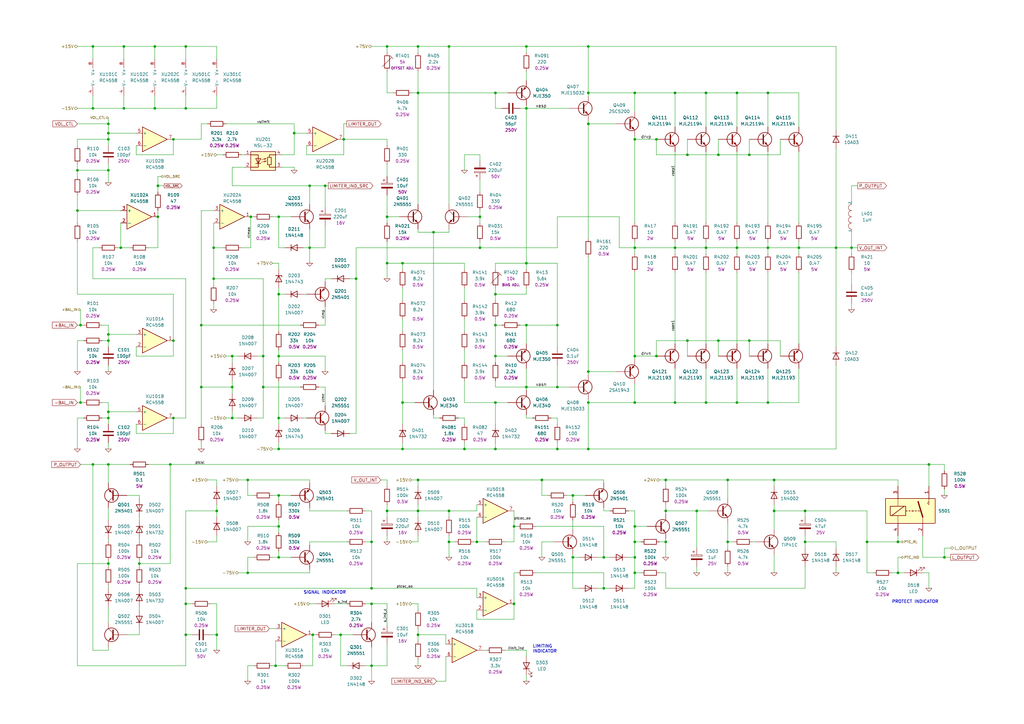
<source format=kicad_sch>
(kicad_sch (version 20211123) (generator eeschema)
  (paper "A3")
  (title_block (title "450 WATTS RMS CLASS AB\\nAUDIO POWER AMPLIFIER\\nFOR 4-OHMS LOUDSPEAKER") (date "2022-05-01") (company "MATRIX 1.4 IV T13"))
  (junction (at 314.96 38.1))
  (junction (at 260.35 146.05))
  (junction (at 171.45 196.85))
  (junction (at 133.35 76.2))
  (junction (at 114.3 120.65))
  (junction (at 69.85 190.5))
  (junction (at 44.45 137.16))
  (junction (at 298.45 196.85))
  (junction (at 330.2 209.55))
  (junction (at 76.2 260.35))
  (junction (at 273.05 222.25))
  (junction (at 203.2 146.05))
  (junction (at 289.56 101.6))
  (junction (at 184.15 209.55))
  (junction (at 260.35 222.25))
  (junction (at 102.87 88.9))
  (junction (at 210.82 215.9))
  (junction (at 165.1 165.1))
  (junction (at 273.05 196.85))
  (junction (at 228.6 184.15))
  (junction (at 260.35 38.1))
  (junction (at 152.4 247.65))
  (junction (at 234.95 203.2))
  (junction (at 281.94 139.7))
  (junction (at 234.95 228.6))
  (junction (at 114.3 88.9))
  (junction (at 260.35 228.6))
  (junction (at 152.4 222.25))
  (junction (at 88.9 260.35))
  (junction (at 33.02 165.1))
  (junction (at 120.65 54.61))
  (junction (at 87.63 101.6))
  (junction (at 44.45 231.14))
  (junction (at 276.86 38.1))
  (junction (at 101.6 234.95))
  (junction (at 314.96 165.1))
  (junction (at 195.58 222.25))
  (junction (at 294.64 63.5))
  (junction (at 285.75 209.55))
  (junction (at 82.55 158.75))
  (junction (at 76.2 247.65))
  (junction (at 269.24 146.05))
  (junction (at 113.03 273.05))
  (junction (at 228.6 133.35))
  (junction (at 241.3 19.05))
  (junction (at 203.2 133.35))
  (junction (at 298.45 222.25))
  (junction (at 76.2 241.3))
  (junction (at 260.35 101.6))
  (junction (at 95.25 146.05))
  (junction (at 38.1 190.5))
  (junction (at 307.34 139.7))
  (junction (at 158.75 209.55))
  (junction (at 387.35 228.6))
  (junction (at 88.9 209.55))
  (junction (at 241.3 38.1))
  (junction (at 101.6 196.85))
  (junction (at 289.56 38.1))
  (junction (at 330.2 222.25))
  (junction (at 158.75 19.05))
  (junction (at 184.15 222.25))
  (junction (at 260.35 234.95))
  (junction (at 44.45 57.15))
  (junction (at 44.45 54.61))
  (junction (at 71.12 139.7))
  (junction (at 127 101.6))
  (junction (at 342.9 101.6))
  (junction (at 50.8 19.05))
  (junction (at 64.77 88.9))
  (junction (at 327.66 101.6))
  (junction (at 38.1 44.45))
  (junction (at 215.9 44.45))
  (junction (at 158.75 88.9))
  (junction (at 114.3 146.05))
  (junction (at 177.8 95.25))
  (junction (at 76.2 19.05))
  (junction (at 260.35 165.1))
  (junction (at 307.34 63.5))
  (junction (at 44.45 190.5))
  (junction (at 241.3 165.1))
  (junction (at 44.45 139.7))
  (junction (at 302.26 38.1))
  (junction (at 302.26 165.1))
  (junction (at 71.12 171.45))
  (junction (at 114.3 203.2))
  (junction (at 33.02 133.35))
  (junction (at 57.15 231.14))
  (junction (at 355.6 222.25))
  (junction (at 107.95 158.75))
  (junction (at 247.65 241.3))
  (junction (at 203.2 38.1))
  (junction (at 139.7 260.35))
  (junction (at 314.96 101.6))
  (junction (at 140.97 57.15))
  (junction (at 215.9 158.75))
  (junction (at 76.2 44.45))
  (junction (at 381 190.5))
  (junction (at 44.45 50.8))
  (junction (at 210.82 247.65))
  (junction (at 128.27 260.35))
  (junction (at 152.4 273.05))
  (junction (at 215.9 19.05))
  (junction (at 203.2 184.15))
  (junction (at 196.85 101.6))
  (junction (at 171.45 260.35))
  (junction (at 222.25 196.85))
  (junction (at 269.24 57.15))
  (junction (at 71.12 57.15))
  (junction (at 114.3 184.15))
  (junction (at 38.1 19.05))
  (junction (at 190.5 184.15))
  (junction (at 63.5 19.05))
  (junction (at 215.9 133.35))
  (junction (at 203.2 165.1))
  (junction (at 64.77 76.2))
  (junction (at 107.95 146.05))
  (junction (at 260.35 57.15))
  (junction (at 146.05 114.3))
  (junction (at 368.3 234.95))
  (junction (at 49.53 101.6))
  (junction (at 289.56 165.1))
  (junction (at 317.5 196.85))
  (junction (at 63.5 44.45))
  (junction (at 158.75 107.95))
  (junction (at 114.3 171.45))
  (junction (at 196.85 88.9))
  (junction (at 44.45 168.91))
  (junction (at 281.94 63.5))
  (junction (at 165.1 107.95))
  (junction (at 241.3 152.4))
  (junction (at 317.5 209.55))
  (junction (at 215.9 107.95))
  (junction (at 127 76.2))
  (junction (at 44.45 171.45))
  (junction (at 31.75 69.85))
  (junction (at 260.35 215.9))
  (junction (at 294.64 139.7))
  (junction (at 171.45 38.1))
  (junction (at 276.86 165.1))
  (junction (at 50.8 44.45))
  (junction (at 114.3 215.9))
  (junction (at 368.3 222.25))
  (junction (at 95.25 171.45))
  (junction (at 241.3 184.15))
  (junction (at 171.45 209.55))
  (junction (at 31.75 86.36))
  (junction (at 165.1 184.15))
  (junction (at 349.25 101.6))
  (junction (at 87.63 114.3))
  (junction (at 171.45 19.05))
  (junction (at 302.26 101.6))
  (junction (at 203.2 120.65))
  (junction (at 241.3 50.8))
  (junction (at 247.65 228.6))
  (junction (at 273.05 209.55))
  (junction (at 228.6 158.75))
  (junction (at 95.25 158.75))
  (junction (at 82.55 133.35))
  (junction (at 114.3 228.6))
  (junction (at 44.45 69.85))
  (junction (at 184.15 19.05))
  (junction (at 152.4 241.3))
  (junction (at 276.86 101.6))
  (wire (pts (xy 307.34 63.5) (xy 320.04 63.5)))
  (wire (pts (xy 247.65 208.28) (xy 247.65 209.55)))
  (wire (pts (xy 31.75 86.36) (xy 49.53 86.36)))
  (wire (pts (xy 44.45 190.5) (xy 53.34 190.5)))
  (wire (pts (xy 171.45 196.85) (xy 222.25 196.85)))
  (wire (pts (xy 215.9 170.18) (xy 215.9 171.45)))
  (wire (pts (xy 76.2 260.35) (xy 78.74 260.35)))
  (wire (pts (xy 114.3 120.65) (xy 114.3 135.89)))
  (wire (pts (xy 55.88 142.24) (xy 55.88 146.05)))
  (wire (pts (xy 342.9 184.15) (xy 241.3 184.15)))
  (wire (pts (xy 196.85 88.9) (xy 191.77 88.9)))
  (wire (pts (xy 203.2 156.21) (xy 203.2 158.75)))
  (wire (pts (xy 260.35 209.55) (xy 260.35 215.9)))
  (wire (pts (xy 298.45 196.85) (xy 317.5 196.85)))
  (wire (pts (xy 102.87 88.9) (xy 102.87 101.6)))
  (wire (pts (xy 114.3 118.11) (xy 114.3 120.65)))
  (wire (pts (xy 203.2 118.11) (xy 203.2 120.65)))
  (wire (pts (xy 143.51 177.8) (xy 146.05 177.8)))
  (wire (pts (xy 120.65 68.58) (xy 120.65 69.85)))
  (wire (pts (xy 31.75 80.01) (xy 31.75 86.36)))
  (wire (pts (xy 234.95 227.33) (xy 234.95 228.6)))
  (wire (pts (xy 168.91 247.65) (xy 171.45 247.65)))
  (wire (pts (xy 87.63 86.36) (xy 82.55 86.36)))
  (wire (pts (xy 260.35 157.48) (xy 260.35 165.1)))
  (wire (pts (xy 317.5 209.55) (xy 317.5 217.17)))
  (wire (pts (xy 317.5 196.85) (xy 368.3 196.85)))
  (wire (pts (xy 314.96 99.06) (xy 314.96 101.6)))
  (wire (pts (xy 107.95 158.75) (xy 123.19 158.75)))
  (wire (pts (xy 85.09 50.8) (xy 82.55 50.8)))
  (wire (pts (xy 260.35 215.9) (xy 260.35 222.25)))
  (wire (pts (xy 330.2 209.55) (xy 317.5 209.55)))
  (wire (pts (xy 64.77 72.39) (xy 66.04 72.39)))
  (wire (pts (xy 342.9 101.6) (xy 349.25 101.6)))
  (wire (pts (xy 44.45 67.31) (xy 44.45 69.85)))
  (wire (pts (xy 111.76 228.6) (xy 114.3 228.6)))
  (wire (pts (xy 171.45 222.25) (xy 168.91 222.25)))
  (wire (pts (xy 208.28 38.1) (xy 203.2 38.1)))
  (wire (pts (xy 302.26 99.06) (xy 302.26 101.6)))
  (wire (pts (xy 165.1 107.95) (xy 190.5 107.95)))
  (wire (pts (xy 64.77 76.2) (xy 64.77 78.74)))
  (wire (pts (xy 163.83 88.9) (xy 158.75 88.9)))
  (wire (pts (xy 44.45 50.8) (xy 44.45 54.61)))
  (wire (pts (xy 85.09 222.25) (xy 88.9 222.25)))
  (wire (pts (xy 158.75 107.95) (xy 158.75 114.3)))
  (wire (pts (xy 38.1 39.37) (xy 38.1 44.45)))
  (wire (pts (xy 254 101.6) (xy 260.35 101.6)))
  (wire (pts (xy 226.06 171.45) (xy 228.6 171.45)))
  (wire (pts (xy 44.45 171.45) (xy 44.45 173.99)))
  (wire (pts (xy 44.45 240.03) (xy 44.45 241.3)))
  (wire (pts (xy 232.41 203.2) (xy 234.95 203.2)))
  (wire (pts (xy 349.25 101.6) (xy 349.25 104.14)))
  (wire (pts (xy 124.46 171.45) (xy 125.73 171.45)))
  (wire (pts (xy 33.02 133.35) (xy 34.29 133.35)))
  (wire (pts (xy 137.16 247.65) (xy 142.24 247.65)))
  (wire (pts (xy 298.45 222.25) (xy 298.45 224.79)))
  (wire (pts (xy 298.45 222.25) (xy 300.99 222.25)))
  (wire (pts (xy 113.03 257.81) (xy 110.49 257.81)))
  (wire (pts (xy 355.6 222.25) (xy 355.6 234.95)))
  (wire (pts (xy 165.1 173.99) (xy 165.1 165.1)))
  (wire (pts (xy 389.89 224.79) (xy 387.35 224.79)))
  (wire (pts (xy 228.6 101.6) (xy 228.6 88.9)))
  (wire (pts (xy 171.45 260.35) (xy 182.88 260.35)))
  (wire (pts (xy 314.96 165.1) (xy 327.66 165.1)))
  (wire (pts (xy 203.2 130.81) (xy 203.2 133.35)))
  (wire (pts (xy 320.04 63.5) (xy 320.04 57.15)))
  (wire (pts (xy 38.1 44.45) (xy 50.8 44.45)))
  (wire (pts (xy 128.27 260.35) (xy 128.27 273.05)))
  (wire (pts (xy 342.9 19.05) (xy 342.9 53.34)))
  (wire (pts (xy 127 222.25) (xy 127 223.52)))
  (wire (pts (xy 88.9 63.5) (xy 91.44 63.5)))
  (wire (pts (xy 203.2 184.15) (xy 228.6 184.15)))
  (wire (pts (xy 95.25 158.75) (xy 95.25 161.29)))
  (wire (pts (xy 302.26 101.6) (xy 289.56 101.6)))
  (wire (pts (xy 82.55 133.35) (xy 123.19 133.35)))
  (wire (pts (xy 254 88.9) (xy 254 101.6)))
  (wire (pts (xy 234.95 228.6) (xy 234.95 241.3)))
  (wire (pts (xy 215.9 44.45) (xy 233.68 44.45)))
  (wire (pts (xy 82.55 86.36) (xy 82.55 133.35)))
  (wire (pts (xy 82.55 181.61) (xy 82.55 184.15)))
  (wire (pts (xy 88.9 44.45) (xy 76.2 44.45)))
  (wire (pts (xy 273.05 234.95) (xy 273.05 241.3)))
  (wire (pts (xy 171.45 257.81) (xy 171.45 260.35)))
  (wire (pts (xy 101.6 228.6) (xy 104.14 228.6)))
  (wire (pts (xy 133.35 114.3) (xy 133.35 115.57)))
  (wire (pts (xy 104.14 273.05) (xy 101.6 273.05)))
  (wire (pts (xy 99.06 63.5) (xy 100.33 63.5)))
  (wire (pts (xy 369.57 228.6) (xy 368.3 228.6)))
  (wire (pts (xy 40.64 101.6) (xy 38.1 101.6)))
  (wire (pts (xy 387.35 190.5) (xy 387.35 193.04)))
  (wire (pts (xy 55.88 146.05) (xy 71.12 146.05)))
  (wire (pts (xy 152.4 209.55) (xy 152.4 222.25)))
  (wire (pts (xy 44.45 220.98) (xy 44.45 222.25)))
  (wire (pts (xy 44.45 69.85) (xy 44.45 74.93)))
  (wire (pts (xy 31.75 152.4) (xy 31.75 139.7)))
  (wire (pts (xy 114.3 215.9) (xy 114.3 218.44)))
  (wire (pts (xy 285.75 209.55) (xy 290.83 209.55)))
  (wire (pts (xy 213.36 44.45) (xy 215.9 44.45)))
  (wire (pts (xy 195.58 254) (xy 195.58 250.19)))
  (wire (pts (xy 158.75 219.71) (xy 158.75 222.25)))
  (wire (pts (xy 44.45 208.28) (xy 44.45 213.36)))
  (wire (pts (xy 63.5 44.45) (xy 50.8 44.45)))
  (wire (pts (xy 190.5 63.5) (xy 196.85 63.5)))
  (wire (pts (xy 276.86 111.76) (xy 276.86 140.97)))
  (wire (pts (xy 127 76.2) (xy 95.25 76.2)))
  (wire (pts (xy 203.2 146.05) (xy 208.28 146.05)))
  (wire (pts (xy 210.82 254) (xy 210.82 247.65)))
  (wire (pts (xy 64.77 72.39) (xy 64.77 76.2)))
  (wire (pts (xy 158.75 59.69) (xy 158.75 57.15)))
  (wire (pts (xy 44.45 137.16) (xy 44.45 139.7)))
  (wire (pts (xy 203.2 120.65) (xy 215.9 120.65)))
  (wire (pts (xy 190.5 181.61) (xy 190.5 184.15)))
  (wire (pts (xy 158.75 67.31) (xy 158.75 72.39)))
  (wire (pts (xy 55.88 59.69) (xy 55.88 63.5)))
  (wire (pts (xy 314.96 101.6) (xy 327.66 101.6)))
  (wire (pts (xy 184.15 222.25) (xy 186.69 222.25)))
  (wire (pts (xy 146.05 114.3) (xy 146.05 101.6)))
  (wire (pts (xy 269.24 63.5) (xy 269.24 57.15)))
  (wire (pts (xy 219.71 234.95) (xy 247.65 234.95)))
  (wire (pts (xy 171.45 19.05) (xy 171.45 21.59)))
  (wire (pts (xy 44.45 190.5) (xy 44.45 198.12)))
  (wire (pts (xy 38.1 19.05) (xy 50.8 19.05)))
  (wire (pts (xy 125.73 59.69) (xy 125.73 63.5)))
  (wire (pts (xy 76.2 44.45) (xy 63.5 44.45)))
  (wire (pts (xy 247.65 241.3) (xy 250.19 241.3)))
  (wire (pts (xy 76.2 209.55) (xy 76.2 241.3)))
  (wire (pts (xy 31.75 44.45) (xy 38.1 44.45)))
  (wire (pts (xy 215.9 133.35) (xy 215.9 140.97)))
  (wire (pts (xy 184.15 19.05) (xy 215.9 19.05)))
  (wire (pts (xy 33.02 158.75) (xy 33.02 165.1)))
  (wire (pts (xy 241.3 105.41) (xy 241.3 152.4)))
  (wire (pts (xy 260.35 228.6) (xy 260.35 234.95)))
  (wire (pts (xy 152.4 241.3) (xy 195.58 241.3)))
  (wire (pts (xy 101.6 234.95) (xy 101.6 228.6)))
  (wire (pts (xy 95.25 146.05) (xy 97.79 146.05)))
  (wire (pts (xy 381 234.95) (xy 381 241.3)))
  (wire (pts (xy 135.89 177.8) (xy 133.35 177.8)))
  (wire (pts (xy 50.8 39.37) (xy 50.8 44.45)))
  (wire (pts (xy 247.65 209.55) (xy 250.19 209.55)))
  (wire (pts (xy 143.51 114.3) (xy 146.05 114.3)))
  (wire (pts (xy 171.45 260.35) (xy 171.45 262.89)))
  (wire (pts (xy 50.8 19.05) (xy 50.8 24.13)))
  (wire (pts (xy 260.35 111.76) (xy 260.35 146.05)))
  (wire (pts (xy 355.6 222.25) (xy 368.3 222.25)))
  (wire (pts (xy 378.46 228.6) (xy 387.35 228.6)))
  (wire (pts (xy 48.26 101.6) (xy 49.53 101.6)))
  (wire (pts (xy 215.9 43.18) (xy 215.9 44.45)))
  (wire (pts (xy 87.63 114.3) (xy 107.95 114.3)))
  (wire (pts (xy 114.3 184.15) (xy 165.1 184.15)))
  (wire (pts (xy 327.66 101.6) (xy 342.9 101.6)))
  (wire (pts (xy 49.53 101.6) (xy 49.53 91.44)))
  (wire (pts (xy 149.86 273.05) (xy 152.4 273.05)))
  (wire (pts (xy 120.65 63.5) (xy 115.57 63.5)))
  (wire (pts (xy 298.45 232.41) (xy 298.45 234.95)))
  (wire (pts (xy 182.88 279.4) (xy 179.07 279.4)))
  (wire (pts (xy 273.05 196.85) (xy 273.05 199.39)))
  (wire (pts (xy 105.41 146.05) (xy 107.95 146.05)))
  (wire (pts (xy 130.81 158.75) (xy 133.35 158.75)))
  (wire (pts (xy 177.8 95.25) (xy 184.15 95.25)))
  (wire (pts (xy 114.3 215.9) (xy 101.6 215.9)))
  (wire (pts (xy 389.89 228.6) (xy 387.35 228.6)))
  (wire (pts (xy 76.2 39.37) (xy 76.2 44.45)))
  (wire (pts (xy 302.26 111.76) (xy 302.26 140.97)))
  (wire (pts (xy 133.35 92.71) (xy 133.35 101.6)))
  (wire (pts (xy 82.55 133.35) (xy 82.55 158.75)))
  (wire (pts (xy 165.1 143.51) (xy 165.1 148.59)))
  (wire (pts (xy 260.35 146.05) (xy 260.35 147.32)))
  (wire (pts (xy 368.3 219.71) (xy 368.3 222.25)))
  (wire (pts (xy 215.9 19.05) (xy 215.9 21.59)))
  (wire (pts (xy 289.56 62.23) (xy 289.56 91.44)))
  (wire (pts (xy 219.71 215.9) (xy 247.65 215.9)))
  (wire (pts (xy 142.24 209.55) (xy 127 209.55)))
  (wire (pts (xy 127 247.65) (xy 129.54 247.65)))
  (wire (pts (xy 241.3 49.53) (xy 241.3 50.8)))
  (wire (pts (xy 86.36 260.35) (xy 88.9 260.35)))
  (wire (pts (xy 177.8 170.18) (xy 177.8 171.45)))
  (wire (pts (xy 190.5 63.5) (xy 190.5 69.85)))
  (wire (pts (xy 158.75 107.95) (xy 165.1 107.95)))
  (wire (pts (xy 76.2 19.05) (xy 76.2 24.13)))
  (wire (pts (xy 273.05 222.25) (xy 273.05 228.6)))
  (wire (pts (xy 276.86 62.23) (xy 276.86 91.44)))
  (wire (pts (xy 87.63 124.46) (xy 87.63 127)))
  (wire (pts (xy 76.2 241.3) (xy 152.4 241.3)))
  (wire (pts (xy 342.9 232.41) (xy 342.9 234.95)))
  (wire (pts (xy 228.6 158.75) (xy 215.9 158.75)))
  (wire (pts (xy 146.05 101.6) (xy 196.85 101.6)))
  (wire (pts (xy 85.09 196.85) (xy 88.9 196.85)))
  (wire (pts (xy 113.03 273.05) (xy 113.03 262.89)))
  (wire (pts (xy 71.12 120.65) (xy 71.12 139.7)))
  (wire (pts (xy 95.25 146.05) (xy 95.25 148.59)))
  (wire (pts (xy 41.91 171.45) (xy 44.45 171.45)))
  (wire (pts (xy 114.3 107.95) (xy 111.76 107.95)))
  (wire (pts (xy 273.05 241.3) (xy 330.2 241.3)))
  (wire (pts (xy 203.2 44.45) (xy 203.2 38.1)))
  (wire (pts (xy 260.35 57.15) (xy 269.24 57.15)))
  (wire (pts (xy 64.77 86.36) (xy 64.77 88.9)))
  (wire (pts (xy 260.35 146.05) (xy 269.24 146.05)))
  (wire (pts (xy 69.85 190.5) (xy 381 190.5)))
  (wire (pts (xy 184.15 19.05) (xy 184.15 83.82)))
  (wire (pts (xy 245.11 228.6) (xy 247.65 228.6)))
  (wire (pts (xy 64.77 76.2) (xy 67.31 76.2)))
  (wire (pts (xy 228.6 149.86) (xy 228.6 158.75)))
  (wire (pts (xy 203.2 165.1) (xy 208.28 165.1)))
  (wire (pts (xy 368.3 222.25) (xy 369.57 222.25)))
  (wire (pts (xy 31.75 171.45) (xy 34.29 171.45)))
  (wire (pts (xy 203.2 44.45) (xy 205.74 44.45)))
  (wire (pts (xy 228.6 158.75) (xy 233.68 158.75)))
  (wire (pts (xy 44.45 149.86) (xy 44.45 152.4)))
  (wire (pts (xy 327.66 38.1) (xy 327.66 52.07)))
  (wire (pts (xy 87.63 101.6) (xy 87.63 114.3)))
  (wire (pts (xy 76.2 171.45) (xy 71.12 171.45)))
  (wire (pts (xy 101.6 196.85) (xy 101.6 203.2)))
  (wire (pts (xy 289.56 38.1) (xy 276.86 38.1)))
  (wire (pts (xy 210.82 254) (xy 195.58 254)))
  (wire (pts (xy 95.25 156.21) (xy 95.25 158.75)))
  (wire (pts (xy 127 198.12) (xy 127 196.85)))
  (wire (pts (xy 210.82 222.25) (xy 210.82 215.9)))
  (wire (pts (xy 102.87 88.9) (xy 104.14 88.9)))
  (wire (pts (xy 294.64 63.5) (xy 294.64 57.15)))
  (wire (pts (xy 171.45 196.85) (xy 171.45 199.39)))
  (wire (pts (xy 207.01 222.25) (xy 210.82 222.25)))
  (wire (pts (xy 213.36 133.35) (xy 215.9 133.35)))
  (wire (pts (xy 124.46 101.6) (xy 127 101.6)))
  (wire (pts (xy 190.5 184.15) (xy 203.2 184.15)))
  (wire (pts (xy 228.6 133.35) (xy 228.6 142.24)))
  (wire (pts (xy 285.75 232.41) (xy 285.75 234.95)))
  (wire (pts (xy 127 93.98) (xy 127 101.6)))
  (wire (pts (xy 31.75 273.05) (xy 76.2 273.05)))
  (wire (pts (xy 171.45 95.25) (xy 177.8 95.25)))
  (wire (pts (xy 281.94 139.7) (xy 294.64 139.7)))
  (wire (pts (xy 349.25 76.2) (xy 349.25 82.55)))
  (wire (pts (xy 342.9 60.96) (xy 342.9 101.6)))
  (wire (pts (xy 60.96 101.6) (xy 64.77 101.6)))
  (wire (pts (xy 269.24 63.5) (xy 281.94 63.5)))
  (wire (pts (xy 260.35 38.1) (xy 260.35 45.72)))
  (wire (pts (xy 31.75 69.85) (xy 44.45 69.85)))
  (wire (pts (xy 127 76.2) (xy 127 83.82)))
  (wire (pts (xy 190.5 118.11) (xy 190.5 123.19)))
  (wire (pts (xy 55.88 173.99) (xy 55.88 177.8)))
  (wire (pts (xy 260.35 55.88) (xy 260.35 57.15)))
  (wire (pts (xy 241.3 165.1) (xy 260.35 165.1)))
  (wire (pts (xy 111.76 203.2) (xy 114.3 203.2)))
  (wire (pts (xy 294.64 63.5) (xy 307.34 63.5)))
  (wire (pts (xy 215.9 107.95) (xy 215.9 110.49)))
  (wire (pts (xy 241.3 38.1) (xy 260.35 38.1)))
  (wire (pts (xy 114.3 146.05) (xy 114.3 148.59)))
  (wire (pts (xy 228.6 107.95) (xy 228.6 133.35)))
  (wire (pts (xy 215.9 133.35) (xy 228.6 133.35)))
  (wire (pts (xy 111.76 273.05) (xy 113.03 273.05)))
  (wire (pts (xy 31.75 57.15) (xy 44.45 57.15)))
  (wire (pts (xy 76.2 247.65) (xy 76.2 260.35)))
  (wire (pts (xy 114.3 213.36) (xy 114.3 215.9)))
  (wire (pts (xy 215.9 276.86) (xy 215.9 279.4)))
  (wire (pts (xy 276.86 101.6) (xy 276.86 104.14)))
  (wire (pts (xy 57.15 220.98) (xy 57.15 222.25)))
  (wire (pts (xy 41.91 133.35) (xy 44.45 133.35)))
  (wire (pts (xy 97.79 196.85) (xy 101.6 196.85)))
  (wire (pts (xy 31.75 184.15) (xy 31.75 171.45)))
  (wire (pts (xy 111.76 184.15) (xy 114.3 184.15)))
  (wire (pts (xy 247.65 241.3) (xy 247.65 234.95)))
  (wire (pts (xy 44.45 54.61) (xy 44.45 57.15)))
  (wire (pts (xy 349.25 95.25) (xy 349.25 101.6)))
  (wire (pts (xy 38.1 19.05) (xy 38.1 24.13)))
  (wire (pts (xy 114.3 171.45) (xy 116.84 171.45)))
  (wire (pts (xy 387.35 200.66) (xy 387.35 203.2)))
  (wire (pts (xy 76.2 241.3) (xy 76.2 247.65)))
  (wire (pts (xy 215.9 29.21) (xy 215.9 33.02)))
  (wire (pts (xy 184.15 209.55) (xy 195.58 209.55)))
  (wire (pts (xy 378.46 228.6) (xy 378.46 219.71)))
  (wire (pts (xy 171.45 38.1) (xy 171.45 83.82)))
  (wire (pts (xy 44.45 48.26) (xy 44.45 50.8)))
  (wire (pts (xy 368.3 196.85) (xy 368.3 199.39)))
  (wire (pts (xy 44.45 57.15) (xy 44.45 59.69)))
  (wire (pts (xy 114.3 101.6) (xy 116.84 101.6)))
  (wire (pts (xy 171.45 19.05) (xy 184.15 19.05)))
  (wire (pts (xy 317.5 196.85) (xy 317.5 199.39)))
  (wire (pts (xy 241.3 50.8) (xy 241.3 97.79)))
  (wire (pts (xy 245.11 241.3) (xy 247.65 241.3)))
  (wire (pts (xy 190.5 156.21) (xy 190.5 165.1)))
  (wire (pts (xy 241.3 50.8) (xy 252.73 50.8)))
  (wire (pts (xy 33.02 165.1) (xy 34.29 165.1)))
  (wire (pts (xy 307.34 139.7) (xy 320.04 139.7)))
  (wire (pts (xy 281.94 63.5) (xy 294.64 63.5)))
  (wire (pts (xy 330.2 222.25) (xy 330.2 224.79)))
  (wire (pts (xy 228.6 184.15) (xy 241.3 184.15)))
  (wire (pts (xy 260.35 57.15) (xy 260.35 91.44)))
  (wire (pts (xy 95.25 76.2) (xy 95.25 68.58)))
  (wire (pts (xy 190.5 130.81) (xy 190.5 135.89)))
  (wire (pts (xy 133.35 177.8) (xy 133.35 176.53)))
  (wire (pts (xy 140.97 57.15) (xy 140.97 63.5)))
  (wire (pts (xy 182.88 264.16) (xy 182.88 260.35)))
  (wire (pts (xy 320.04 139.7) (xy 320.04 146.05)))
  (wire (pts (xy 314.96 101.6) (xy 314.96 104.14)))
  (wire (pts (xy 241.3 165.1) (xy 241.3 184.15)))
  (wire (pts (xy 365.76 234.95) (xy 368.3 234.95)))
  (wire (pts (xy 203.2 133.35) (xy 203.2 146.05)))
  (wire (pts (xy 260.35 234.95) (xy 262.89 234.95)))
  (wire (pts (xy 247.65 215.9) (xy 247.65 228.6)))
  (wire (pts (xy 127 101.6) (xy 127 107.95)))
  (wire (pts (xy 125.73 63.5) (xy 140.97 63.5)))
  (wire (pts (xy 317.5 227.33) (xy 317.5 234.95)))
  (wire (pts (xy 234.95 241.3) (xy 237.49 241.3)))
  (wire (pts (xy 63.5 39.37) (xy 63.5 44.45)))
  (wire (pts (xy 177.8 95.25) (xy 177.8 160.02)))
  (wire (pts (xy 114.3 181.61) (xy 114.3 184.15)))
  (wire (pts (xy 327.66 62.23) (xy 327.66 91.44)))
  (wire (pts (xy 302.26 62.23) (xy 302.26 91.44)))
  (wire (pts (xy 57.15 204.47) (xy 57.15 203.2)))
  (wire (pts (xy 276.86 151.13) (xy 276.86 165.1)))
  (wire (pts (xy 44.45 231.14) (xy 44.45 232.41)))
  (wire (pts (xy 105.41 171.45) (xy 107.95 171.45)))
  (wire (pts (xy 82.55 57.15) (xy 71.12 57.15)))
  (wire (pts (xy 368.3 228.6) (xy 368.3 234.95)))
  (wire (pts (xy 215.9 19.05) (xy 241.3 19.05)))
  (wire (pts (xy 149.86 247.65) (xy 152.4 247.65)))
  (wire (pts (xy 184.15 228.6) (xy 184.15 222.25)))
  (wire (pts (xy 38.1 266.7) (xy 38.1 190.5)))
  (wire (pts (xy 260.35 101.6) (xy 276.86 101.6)))
  (wire (pts (xy 381 190.5) (xy 387.35 190.5)))
  (wire (pts (xy 234.95 213.36) (xy 234.95 217.17)))
  (wire (pts (xy 273.05 207.01) (xy 273.05 209.55)))
  (wire (pts (xy 171.45 219.71) (xy 171.45 222.25)))
  (wire (pts (xy 355.6 222.25) (xy 355.6 209.55)))
  (wire (pts (xy 190.5 107.95) (xy 190.5 110.49)))
  (wire (pts (xy 33.02 127) (xy 33.02 133.35)))
  (wire (pts (xy 196.85 86.36) (xy 196.85 88.9)))
  (wire (pts (xy 95.25 171.45) (xy 95.25 168.91)))
  (wire (pts (xy 215.9 118.11) (xy 215.9 120.65)))
  (wire (pts (xy 228.6 181.61) (xy 228.6 184.15)))
  (wire (pts (xy 190.5 143.51) (xy 190.5 148.59)))
  (wire (pts (xy 294.64 139.7) (xy 294.64 146.05)))
  (wire (pts (xy 241.3 19.05) (xy 342.9 19.05)))
  (wire (pts (xy 327.66 99.06) (xy 327.66 101.6)))
  (wire (pts (xy 137.16 260.35) (xy 139.7 260.35)))
  (wire (pts (xy 111.76 88.9) (xy 114.3 88.9)))
  (wire (pts (xy 158.75 209.55) (xy 158.75 212.09)))
  (wire (pts (xy 165.1 118.11) (xy 165.1 123.19)))
  (wire (pts (xy 142.24 50.8) (xy 140.97 50.8)))
  (wire (pts (xy 91.44 101.6) (xy 87.63 101.6)))
  (wire (pts (xy 171.45 207.01) (xy 171.45 209.55)))
  (wire (pts (xy 158.75 88.9) (xy 158.75 91.44)))
  (wire (pts (xy 342.9 222.25) (xy 342.9 224.79)))
  (wire (pts (xy 196.85 73.66) (xy 196.85 78.74)))
  (wire (pts (xy 215.9 107.95) (xy 228.6 107.95)))
  (wire (pts (xy 107.95 158.75) (xy 107.95 171.45)))
  (wire (pts (xy 165.1 156.21) (xy 165.1 165.1)))
  (wire (pts (xy 196.85 63.5) (xy 196.85 66.04)))
  (wire (pts (xy 194.31 222.25) (xy 195.58 222.25)))
  (wire (pts (xy 177.8 171.45) (xy 180.34 171.45)))
  (wire (pts (xy 158.75 19.05) (xy 158.75 21.59)))
  (wire (pts (xy 101.6 215.9) (xy 101.6 222.25)))
  (wire (pts (xy 273.05 209.55) (xy 285.75 209.55)))
  (wire (pts (xy 257.81 241.3) (xy 260.35 241.3)))
  (wire (pts (xy 314.96 38.1) (xy 314.96 52.07)))
  (wire (pts (xy 330.2 219.71) (xy 330.2 222.25)))
  (wire (pts (xy 215.9 266.7) (xy 215.9 269.24)))
  (wire (pts (xy 171.45 93.98) (xy 171.45 95.25)))
  (wire (pts (xy 302.26 151.13) (xy 302.26 165.1)))
  (wire (pts (xy 88.9 222.25) (xy 88.9 219.71)))
  (wire (pts (xy 302.26 38.1) (xy 302.26 52.07)))
  (wire (pts (xy 158.75 99.06) (xy 158.75 107.95)))
  (wire (pts (xy 342.9 101.6) (xy 342.9 142.24)))
  (wire (pts (xy 52.07 260.35) (xy 57.15 260.35)))
  (wire (pts (xy 31.75 165.1) (xy 33.02 165.1)))
  (wire (pts (xy 165.1 130.81) (xy 165.1 135.89)))
  (wire (pts (xy 63.5 24.13) (xy 63.5 19.05)))
  (wire (pts (xy 314.96 101.6) (xy 302.26 101.6)))
  (wire (pts (xy 116.84 273.05) (xy 113.03 273.05)))
  (wire (pts (xy 184.15 209.55) (xy 184.15 212.09)))
  (wire (pts (xy 127 233.68) (xy 127 234.95)))
  (wire (pts (xy 31.75 133.35) (xy 33.02 133.35)))
  (wire (pts (xy 149.86 209.55) (xy 152.4 209.55)))
  (wire (pts (xy 165.1 181.61) (xy 165.1 184.15)))
  (wire (pts (xy 71.12 63.5) (xy 71.12 57.15)))
  (wire (pts (xy 101.6 273.05) (xy 101.6 279.4)))
  (wire (pts (xy 241.3 152.4) (xy 241.3 153.67)))
  (wire (pts (xy 115.57 68.58) (xy 120.65 68.58)))
  (wire (pts (xy 257.81 209.55) (xy 260.35 209.55)))
  (wire (pts (xy 203.2 158.75) (xy 215.9 158.75)))
  (wire (pts (xy 127 209.55) (xy 127 208.28)))
  (wire (pts (xy 87.63 114.3) (xy 87.63 116.84)))
  (wire (pts (xy 44.45 231.14) (xy 31.75 231.14)))
  (wire (pts (xy 38.1 114.3) (xy 76.2 114.3)))
  (wire (pts (xy 57.15 231.14) (xy 57.15 232.41)))
  (wire (pts (xy 387.35 224.79) (xy 387.35 228.6)))
  (wire (pts (xy 31.75 231.14) (xy 31.75 273.05)))
  (wire (pts (xy 260.35 222.25) (xy 260.35 228.6)))
  (wire (pts (xy 273.05 220.98) (xy 273.05 222.25)))
  (wire (pts (xy 44.45 181.61) (xy 44.45 184.15)))
  (wire (pts (xy 314.96 62.23) (xy 314.96 91.44)))
  (wire (pts (xy 82.55 158.75) (xy 95.25 158.75)))
  (wire (pts (xy 158.75 207.01) (xy 158.75 209.55)))
  (wire (pts (xy 97.79 171.45) (xy 95.25 171.45)))
  (wire (pts (xy 144.78 260.35) (xy 139.7 260.35)))
  (wire (pts (xy 269.24 139.7) (xy 281.94 139.7)))
  (wire (pts (xy 57.15 248.92) (xy 57.15 250.19)))
  (wire (pts (xy 276.86 38.1) (xy 276.86 52.07)))
  (wire (pts (xy 260.35 222.25) (xy 262.89 222.25)))
  (wire (pts (xy 69.85 231.14) (xy 69.85 190.5)))
  (wire (pts (xy 31.75 72.39) (xy 31.75 69.85)))
  (wire (pts (xy 196.85 88.9) (xy 196.85 91.44)))
  (wire (pts (xy 327.66 101.6) (xy 327.66 104.14)))
  (wire (pts (xy 215.9 171.45) (xy 218.44 171.45)))
  (wire (pts (xy 195.58 209.55) (xy 195.58 207.01)))
  (wire (pts (xy 140.97 50.8) (xy 140.97 57.15)))
  (wire (pts (xy 198.12 266.7) (xy 199.39 266.7)))
  (wire (pts (xy 44.45 54.61) (xy 55.88 54.61)))
  (wire (pts (xy 114.3 143.51) (xy 114.3 146.05)))
  (wire (pts (xy 41.91 165.1) (xy 44.45 165.1)))
  (wire (pts (xy 88.9 19.05) (xy 76.2 19.05)))
  (wire (pts (xy 130.81 133.35) (xy 133.35 133.35)))
  (wire (pts (xy 114.3 171.45) (xy 114.3 173.99)))
  (wire (pts (xy 327.66 111.76) (xy 327.66 140.97)))
  (wire (pts (xy 203.2 181.61) (xy 203.2 184.15)))
  (wire (pts (xy 285.75 209.55) (xy 285.75 224.79)))
  (wire (pts (xy 120.65 54.61) (xy 120.65 63.5)))
  (wire (pts (xy 314.96 38.1) (xy 302.26 38.1)))
  (wire (pts (xy 44.45 168.91) (xy 55.88 168.91)))
  (wire (pts (xy 165.1 110.49) (xy 165.1 107.95)))
  (wire (pts (xy 222.25 222.25) (xy 222.25 228.6)))
  (wire (pts (xy 44.45 165.1) (xy 44.45 168.91)))
  (wire (pts (xy 76.2 247.65) (xy 78.74 247.65)))
  (wire (pts (xy 44.45 168.91) (xy 44.45 171.45)))
  (wire (pts (xy 289.56 151.13) (xy 289.56 165.1)))
  (wire (pts (xy 92.71 50.8) (xy 120.65 50.8)))
  (wire (pts (xy 158.75 196.85) (xy 158.75 199.39)))
  (wire (pts (xy 152.4 19.05) (xy 158.75 19.05)))
  (wire (pts (xy 260.35 101.6) (xy 260.35 104.14)))
  (wire (pts (xy 302.26 165.1) (xy 289.56 165.1)))
  (wire (pts (xy 171.45 270.51) (xy 171.45 273.05)))
  (wire (pts (xy 269.24 139.7) (xy 269.24 146.05)))
  (wire (pts (xy 114.3 88.9) (xy 114.3 101.6)))
  (wire (pts (xy 168.91 38.1) (xy 171.45 38.1)))
  (wire (pts (xy 158.75 29.21) (xy 158.75 38.1)))
  (wire (pts (xy 270.51 222.25) (xy 273.05 222.25)))
  (wire (pts (xy 31.75 50.8) (xy 44.45 50.8)))
  (wire (pts (xy 196.85 99.06) (xy 196.85 101.6)))
  (wire (pts (xy 203.2 110.49) (xy 203.2 107.95)))
  (wire (pts (xy 158.75 19.05) (xy 171.45 19.05)))
  (wire (pts (xy 368.3 234.95) (xy 370.84 234.95)))
  (wire (pts (xy 190.5 165.1) (xy 203.2 165.1)))
  (wire (pts (xy 31.75 120.65) (xy 71.12 120.65)))
  (wire (pts (xy 317.5 207.01) (xy 317.5 209.55)))
  (wire (pts (xy 95.25 68.58) (xy 100.33 68.58)))
  (wire (pts (xy 152.4 241.3) (xy 152.4 222.25)))
  (wire (pts (xy 55.88 177.8) (xy 71.12 177.8)))
  (wire (pts (xy 114.3 203.2) (xy 114.3 205.74)))
  (wire (pts (xy 247.65 228.6) (xy 250.19 228.6)))
  (wire (pts (xy 87.63 101.6) (xy 87.63 91.44)))
  (wire (pts (xy 63.5 19.05) (xy 50.8 19.05)))
  (wire (pts (xy 281.94 139.7) (xy 281.94 146.05)))
  (wire (pts (xy 289.56 165.1) (xy 276.86 165.1)))
  (wire (pts (xy 289.56 111.76) (xy 289.56 140.97)))
  (wire (pts (xy 120.65 54.61) (xy 125.73 54.61)))
  (wire (pts (xy 222.25 196.85) (xy 247.65 196.85)))
  (wire (pts (xy 99.06 101.6) (xy 102.87 101.6)))
  (wire (pts (xy 53.34 101.6) (xy 49.53 101.6)))
  (wire (pts (xy 60.96 190.5) (xy 69.85 190.5)))
  (wire (pts (xy 152.4 265.43) (xy 152.4 273.05)))
  (wire (pts (xy 294.64 139.7) (xy 307.34 139.7)))
  (wire (pts (xy 41.91 139.7) (xy 44.45 139.7)))
  (wire (pts (xy 298.45 196.85) (xy 298.45 204.47)))
  (wire (pts (xy 327.66 151.13) (xy 327.66 165.1)))
  (wire (pts (xy 355.6 209.55) (xy 330.2 209.55)))
  (wire (pts (xy 289.56 99.06) (xy 289.56 101.6)))
  (wire (pts (xy 133.35 76.2) (xy 134.62 76.2)))
  (wire (pts (xy 257.81 228.6) (xy 260.35 228.6)))
  (wire (pts (xy 234.95 228.6) (xy 237.49 228.6)))
  (wire (pts (xy 260.35 38.1) (xy 276.86 38.1)))
  (wire (pts (xy 184.15 95.25) (xy 184.15 93.98)))
  (wire (pts (xy 171.45 209.55) (xy 184.15 209.55)))
  (wire (pts (xy 152.4 222.25) (xy 149.86 222.25)))
  (wire (pts (xy 44.45 139.7) (xy 44.45 142.24)))
  (wire (pts (xy 88.9 247.65) (xy 86.36 247.65)))
  (wire (pts (xy 203.2 146.05) (xy 203.2 148.59)))
  (wire (pts (xy 114.3 203.2) (xy 119.38 203.2)))
  (wire (pts (xy 199.39 222.25) (xy 195.58 222.25)))
  (wire (pts (xy 203.2 173.99) (xy 203.2 165.1)))
  (wire (pts (xy 349.25 101.6) (xy 351.79 101.6)))
  (wire (pts (xy 101.6 203.2) (xy 104.14 203.2)))
  (wire (pts (xy 120.65 50.8) (xy 120.65 54.61)))
  (wire (pts (xy 139.7 260.35) (xy 139.7 273.05)))
  (wire (pts (xy 171.45 38.1) (xy 203.2 38.1)))
  (wire (pts (xy 114.3 226.06) (xy 114.3 228.6)))
  (wire (pts (xy 314.96 111.76) (xy 314.96 140.97)))
  (wire (pts (xy 142.24 222.25) (xy 127 222.25)))
  (wire (pts (xy 260.35 215.9) (xy 265.43 215.9)))
  (wire (pts (xy 152.4 273.05) (xy 152.4 279.4)))
  (wire (pts (xy 133.35 158.75) (xy 133.35 166.37)))
  (wire (pts (xy 95.25 171.45) (xy 92.71 171.45)))
  (wire (pts (xy 31.75 86.36) (xy 31.75 91.44)))
  (wire (pts (xy 158.75 247.65) (xy 158.75 256.54)))
  (wire (pts (xy 222.25 203.2) (xy 222.25 196.85)))
  (wire (pts (xy 44.45 137.16) (xy 55.88 137.16)))
  (wire (pts (xy 76.2 260.35) (xy 76.2 273.05)))
  (wire (pts (xy 195.58 245.11) (xy 195.58 241.3)))
  (wire (pts (xy 119.38 88.9) (xy 114.3 88.9)))
  (wire (pts (xy 349.25 111.76) (xy 349.25 116.84)))
  (wire (pts (xy 158.75 38.1) (xy 161.29 38.1)))
  (wire (pts (xy 38.1 101.6) (xy 38.1 114.3)))
  (wire (pts (xy 133.35 152.4) (xy 133.35 146.05)))
  (wire (pts (xy 260.35 165.1) (xy 276.86 165.1)))
  (wire (pts (xy 133.35 133.35) (xy 133.35 125.73)))
  (wire (pts (xy 276.86 99.06) (xy 276.86 101.6)))
  (wire (pts (xy 289.56 38.1) (xy 289.56 52.07)))
  (wire (pts (xy 71.12 146.05) (xy 71.12 139.7)))
  (wire (pts (xy 158.75 80.01) (xy 158.75 88.9)))
  (wire (pts (xy 330.2 222.25) (xy 342.9 222.25)))
  (wire (pts (xy 127 196.85) (xy 101.6 196.85)))
  (wire (pts (xy 203.2 107.95) (xy 215.9 107.95)))
  (wire (pts (xy 139.7 273.05) (xy 142.24 273.05)))
  (wire (pts (xy 349.25 76.2) (xy 351.79 76.2)))
  (wire (pts (xy 128.27 260.35) (xy 129.54 260.35)))
  (wire (pts (xy 234.95 203.2) (xy 234.95 205.74)))
  (wire (pts (xy 358.14 234.95) (xy 355.6 234.95)))
  (wire (pts (xy 33.02 190.5) (xy 38.1 190.5)))
  (wire (pts (xy 38.1 190.5) (xy 44.45 190.5)))
  (wire (pts (xy 133.35 76.2) (xy 133.35 85.09)))
  (wire (pts (xy 158.75 57.15) (xy 140.97 57.15)))
  (wire (pts (xy 190.5 171.45) (xy 190.5 173.99)))
  (wire (pts (xy 203.2 120.65) (xy 203.2 123.19)))
  (wire (pts (xy 210.82 215.9) (xy 210.82 209.55)))
  (wire (pts (xy 307.34 139.7) (xy 307.34 146.05)))
  (wire (pts (xy 44.45 133.35) (xy 44.45 137.16)))
  (wire (pts (xy 241.3 152.4) (xy 252.73 152.4)))
  (wire (pts (xy 342.9 149.86) (xy 342.9 184.15)))
  (wire (pts (xy 270.51 196.85) (xy 273.05 196.85)))
  (wire (pts (xy 215.9 151.13) (xy 215.9 158.75)))
  (wire (pts (xy 210.82 247.65) (xy 210.82 234.95)))
  (wire (pts (xy 168.91 196.85) (xy 171.45 196.85)))
  (wire (pts (xy 210.82 234.95) (xy 212.09 234.95)))
  (wire (pts (xy 82.55 158.75) (xy 82.55 173.99)))
  (wire (pts (xy 210.82 215.9) (xy 212.09 215.9)))
  (wire (pts (xy 92.71 146.05) (xy 95.25 146.05)))
  (wire (pts (xy 224.79 203.2) (xy 222.25 203.2)))
  (wire (pts (xy 57.15 212.09) (xy 57.15 213.36)))
  (wire (pts (xy 76.2 114.3) (xy 76.2 171.45)))
  (wire (pts (xy 234.95 203.2) (xy 240.03 203.2)))
  (wire (pts (xy 241.3 39.37) (xy 241.3 38.1)))
  (wire (pts (xy 114.3 120.65) (xy 116.84 120.65)))
  (wire (pts (xy 298.45 214.63) (xy 298.45 222.25)))
  (wire (pts (xy 57.15 203.2) (xy 52.07 203.2)))
  (wire (pts (xy 156.21 196.85) (xy 158.75 196.85)))
  (wire (pts (xy 57.15 231.14) (xy 69.85 231.14)))
  (wire (pts (xy 31.75 139.7) (xy 34.29 139.7)))
  (wire (pts (xy 114.3 228.6) (xy 119.38 228.6)))
  (wire (pts (xy 215.9 158.75) (xy 215.9 160.02)))
  (wire (pts (xy 273.05 196.85) (xy 298.45 196.85)))
  (wire (pts (xy 207.01 266.7) (xy 215.9 266.7)))
  (wire (pts (xy 314.96 151.13) (xy 314.96 165.1)))
  (wire (pts (xy 76.2 209.55) (xy 88.9 209.55)))
  (wire (pts (xy 247.65 196.85) (xy 247.65 198.12)))
  (wire (pts (xy 127 234.95) (xy 101.6 234.95)))
  (wire (pts (xy 378.46 234.95) (xy 381 234.95)))
  (wire (pts (xy 152.4 273.05) (xy 158.75 273.05)))
  (wire (pts (xy 289.56 101.6) (xy 289.56 104.14)))
  (wire (pts (xy 302.26 101.6) (xy 302.26 104.14)))
  (wire (pts (xy 71.12 177.8) (xy 71.12 171.45)))
  (wire (pts (xy 241.3 38.1) (xy 241.3 19.05)))
  (wire (pts (xy 228.6 171.45) (xy 228.6 173.99)))
  (wire (pts (xy 270.51 234.95) (xy 273.05 234.95)))
  (wire (pts (xy 31.75 59.69) (xy 31.75 57.15)))
  (wire (pts (xy 152.4 247.65) (xy 158.75 247.65)))
  (wire (pts (xy 241.3 163.83) (xy 241.3 165.1)))
  (wire (pts (xy 165.1 165.1) (xy 170.18 165.1)))
  (wire (pts (xy 107.95 114.3) (xy 107.95 146.05)))
  (wire (pts (xy 64.77 101.6) (xy 64.77 88.9)))
  (wire (pts (xy 330.2 209.55) (xy 330.2 212.09)))
  (wire (pts (xy 158.75 264.16) (xy 158.75 273.05)))
  (wire (pts (xy 307.34 63.5) (xy 307.34 57.15)))
  (wire (pts (xy 88.9 247.65) (xy 88.9 260.35)))
  (wire (pts (xy 195.58 212.09) (xy 195.58 222.25)))
  (wire (pts (xy 330.2 241.3) (xy 330.2 232.41)))
  (wire (pts (xy 196.85 101.6) (xy 228.6 101.6)))
  (wire (pts (xy 152.4 247.65) (xy 152.4 255.27)))
  (wire (pts (xy 127 76.2) (xy 133.35 76.2)))
  (wire (pts (xy 158.75 209.55) (xy 171.45 209.55)))
  (wire (pts (xy 133.35 146.05) (xy 114.3 146.05)))
  (wire (pts (xy 289.56 101.6) (xy 276.86 101.6)))
  (wire (pts (xy 187.96 171.45) (xy 190.5 171.45)))
  (wire (pts (xy 227.33 222.25) (xy 222.25 222.25)))
  (wire (pts (xy 171.45 247.65) (xy 171.45 250.19)))
  (wire (pts (xy 88.9 207.01) (xy 88.9 209.55)))
  (wire (pts (xy 57.15 240.03) (xy 57.15 241.3)))
  (wire (pts (xy 31.75 67.31) (xy 31.75 69.85)))
  (wire (pts (xy 127 101.6) (xy 133.35 101.6)))
  (wire (pts (xy 314.96 165.1) (xy 302.26 165.1)))
  (wire (pts (xy 107.95 146.05) (xy 107.95 158.75)))
  (wire (pts (xy 146.05 177.8) (xy 146.05 114.3)))
  (wire (pts (xy 31.75 19.05) (xy 38.1 19.05)))
  (wire (pts (xy 44.45 248.92) (xy 44.45 255.27)))
  (wire (pts (xy 88.9 260.35) (xy 88.9 266.7)))
  (wire (pts (xy 203.2 133.35) (xy 205.74 133.35)))
  (wire (pts (xy 228.6 88.9) (xy 254 88.9)))
  (wire (pts (xy 55.88 63.5) (xy 71.12 63.5)))
  (wire (pts (xy 88.9 39.37) (xy 88.9 44.45)))
  (wire (pts (xy 88.9 196.85) (xy 88.9 199.39)))
  (wire (pts (xy 88.9 209.55) (xy 88.9 212.09)))
  (wire (pts (xy 114.3 156.21) (xy 114.3 171.45)))
  (wire (pts (xy 260.35 99.06) (xy 260.35 101.6)))
  (wire (pts (xy 281.94 63.5) (xy 281.94 57.15)))
  (wire (pts (xy 63.5 19.05) (xy 76.2 19.05)))
  (wire (pts (xy 308.61 222.25) (xy 309.88 222.25)))
  (wire (pts (xy 31.75 99.06) (xy 31.75 120.65)))
  (wire (pts (xy 381 190.5) (xy 381 199.39)))
  (wire (pts (xy 215.9 44.45) (xy 215.9 107.95)))
  (wire (pts (xy 182.88 269.24) (xy 182.88 279.4)))
  (wire (pts (xy 124.46 120.65) (xy 125.73 120.65)))
  (wire (pts (xy 44.45 229.87) (xy 44.45 231.14)))
  (wire (pts (xy 57.15 257.81) (xy 57.15 260.35)))
  (wire (pts (xy 171.45 29.21) (xy 171.45 38.1)))
  (wire (pts (xy 260.35 234.95) (xy 260.35 241.3)))
  (wire (pts (xy 114.3 110.49) (xy 114.3 107.95)))
  (wire (pts (xy 88.9 24.13) (xy 88.9 19.05)))
  (wire (pts (xy 135.89 114.3) (xy 133.35 114.3)))
  (wire (pts (xy 171.45 209.55) (xy 171.45 212.09)))
  (wire (pts (xy 302.26 38.1) (xy 289.56 38.1)))
  (wire (pts (xy 349.25 124.46) (xy 349.25 127)))
  (wire (pts (xy 57.15 229.87) (xy 57.15 231.14)))
  (wire (pts (xy 128.27 273.05) (xy 124.46 273.05)))
  (wire (pts (xy 44.45 266.7) (xy 38.1 266.7)))
  (wire (pts (xy 184.15 219.71) (xy 184.15 222.25)))
  (wire (pts (xy 82.55 50.8) (xy 82.55 57.15)))
  (wire (pts (xy 165.1 184.15) (xy 190.5 184.15)))
  (wire (pts (xy 273.05 209.55) (xy 273.05 210.82)))
  (wire (pts (xy 44.45 266.7) (xy 44.45 265.43)))
  (wire (pts (xy 314.96 38.1) (xy 327.66 38.1)))
  (wire (pts (xy 97.79 234.95) (xy 101.6 234.95)))
  (text "PROTECT INDICATOR" (at 365.76 247.65 0) (effects (font (size 1.27 1.27) (thickness 0.2032) bold) (justify left bottom)))
  (text "SIGNAL INDICATOR" (at 124.46 243.84 0) (effects (font (size 1.27 1.27) (thickness 0.2032) bold) (justify left bottom)))
  (text "LIMITING\nINDICATOR" (at 218.44 267.97 0) (effects (font (size 1.27 1.27) (thickness 0.2032) bold) (justify left bottom)))
  (label "voep1" (at 276.86 72.39 90) (effects (font (size 1.016 1.016))))
  (label "voen1" (at 276.86 135.89 90) (effects (font (size 1.016 1.016))))
  (label "vasp" (at 219.71 44.45 0))
  (label "ptcsl" (at 80.01 190.5 0) (effects (font (size 1.016 1.016))))
  (label "vlmao" (at 102.87 97.79 90) (effects (font (size 1.016 1.016))))
  (label "s_ind" (at 138.43 247.65 0) (effects (font (size 1.016 1.016))))
  (label "ptcsc_so" (at 162.56 241.3 0) (effects (font (size 1.016 1.016))))
  (label "vasn" (at 219.71 158.75 0))
  (label "vslimit" (at 105.41 50.8 0) (effects (font (size 1.016 1.016))))
  (label "s_ind_c" (at 158.75 255.27 90) (effects (font (size 1.016 1.016))))
  (label "ptcoc_so" (at 210.82 213.36 0) (effects (font (size 1.016 1.016))))
  (label "limit_ind" (at 208.28 266.7 0) (effects (font (size 1.016 1.016))))
  (label "vlmn" (at 133.35 165.1 90) (effects (font (size 1.016 1.016))))
  (label "vlmp" (at 133.35 127 270) (effects (font (size 1.016 1.016))))
  (label "drvp" (at 262.89 57.15 0))
  (label "drvn" (at 262.89 146.05 0))
  (global_label "V_OUT_INT" (shape output) (at 351.79 101.6 0) (property "Intersheet References" "${INTERSHEET_REFS}" (effects hide)))
  (global_label "P_OUTPUT" (shape input) (at 33.02 190.5 180) (property "Intersheet References" "${INTERSHEET_REFS}" (effects hide)))
  (global_label "-BAL_IN" (shape input) (at 31.75 165.1 180) (property "Intersheet References" "${INTERSHEET_REFS}" (effects hide)))
  (global_label "P_OUTPUT" (shape output) (at 351.79 76.2 0) (property "Intersheet References" "${INTERSHEET_REFS}" (effects hide)))
  (global_label "LIMITER_IND_SRC" (shape input) (at 179.07 279.4 180) (property "Intersheet References" "${INTERSHEET_REFS}" (effects hide)))
  (global_label "+BAL_IN" (shape input) (at 31.75 133.35 180) (property "Intersheet References" "${INTERSHEET_REFS}" (effects hide)))
  (global_label "V_OUT_INT" (shape input) (at 156.21 196.85 180) (property "Intersheet References" "${INTERSHEET_REFS}" (effects hide)))
  (global_label "L_OUTPUT" (shape output) (at 389.89 228.6 0) (property "Intersheet References" "${INTERSHEET_REFS}" (effects hide)))
  (global_label "VOL_SRC" (shape output) (at 67.31 76.2 0) (effects (font (size 0.889 0.889))) (property "Intersheet References" "${INTERSHEET_REFS}" (effects hide)))
  (global_label "LIMITER_OUT" (shape output) (at 142.24 50.8 0) (property "Intersheet References" "${INTERSHEET_REFS}" (effects hide)))
  (global_label "LIMITER_IND_SRC" (shape output) (at 134.62 76.2 0) (property "Intersheet References" "${INTERSHEET_REFS}" (effects hide)))
  (global_label "LIMITER_OUT" (shape input) (at 110.49 257.81 180) (property "Intersheet References" "${INTERSHEET_REFS}" (effects hide)))
  (global_label "VOL_CTL" (shape input) (at 31.75 50.8 180) (property "Intersheet References" "${INTERSHEET_REFS}" (effects hide)))
  (hierarchical_label "-75V" (shape bidirectional) (at 97.79 234.95 180))
  (hierarchical_label "-15V" (shape bidirectional) (at 92.71 171.45 180))
  (hierarchical_label "+75V" (shape bidirectional) (at 97.79 196.85 180))
  (hierarchical_label "+15V" (shape bidirectional) (at 85.09 196.85 180))
  (hierarchical_label "+75V" (shape bidirectional) (at 111.76 107.95 180))
  (hierarchical_label "+24V" (shape bidirectional) (at 270.51 196.85 180))
  (hierarchical_label "-75V" (shape bidirectional) (at 111.76 184.15 180))
  (hierarchical_label "-15V" (shape bidirectional) (at 85.09 222.25 180))
  (hierarchical_label "+15V" (shape bidirectional) (at 88.9 63.5 180))
  (hierarchical_label "PTC_IND" (shape bidirectional) (at 369.57 228.6 0) (effects (font (size 1.016 1.016))))
  (hierarchical_label "PTC_RL" (shape bidirectional) (at 369.57 222.25 0) (effects (font (size 1.016 1.016))))
  (hierarchical_label "L_OUTPUT" (shape bidirectional) (at 389.89 224.79 0))
  (hierarchical_label "-BAL_IN" (shape bidirectional) (at 33.02 158.75 180) (effects (font (size 1.016 1.016))))
  (hierarchical_label "VOL_CTL" (shape bidirectional) (at 44.45 48.26 180) (effects (font (size 1.016 1.016))))
  (hierarchical_label "-15V" (shape bidirectional) (at 168.91 222.25 180))
  (hierarchical_label "+15V" (shape bidirectional) (at 127 247.65 180))
  (hierarchical_label "+15V" (shape bidirectional) (at 168.91 196.85 180))
  (hierarchical_label "+75V" (shape bidirectional) (at 152.4 19.05 180))
  (hierarchical_label "+BAL_IN" (shape bidirectional) (at 33.02 127 180) (effects (font (size 1.016 1.016))))
  (hierarchical_label "+15V" (shape bidirectional) (at 31.75 19.05 180))
  (hierarchical_label "-15V" (shape bidirectional) (at 31.75 44.45 180))
  (hierarchical_label "+15V" (shape bidirectional) (at 92.71 146.05 180))
  (hierarchical_label "VOL_SRC" (shape bidirectional) (at 66.04 72.39 0) (effects (font (size 1.016 1.016))))
  (hierarchical_label "+15V" (shape bidirectional) (at 168.91 247.65 180))
  (symbol (lib_id "Device:R") (at 88.9 50.8 90) (unit 1)
    (property "Reference" "R201" (at 88.9 54.61 90))
    (property "Value" "3.3k" (at 88.9 57.15 90))
    (property "Footprint" "MATRIX_1.4:RESISTOR_AXIAL_0.25W" (effects hide))
    (property "Wattage" "0.25W" (at 88.9 59.69 90))
  )
  (symbol (lib_id "pspice:0") (at 44.45 74.93 0) (unit 1)
    (property "Reference" "#GND0110" (effects hide))
    (property "Value" "0" (effects hide))
  )
  (symbol (lib_id "pspice:INDUCTOR") (at 349.25 88.9 90) (unit 1)
    (property "Reference" "L401" (at 355.6 87.63 90))
    (property "Value" "1uH" (at 355.6 90.17 90))
    (property "Footprint" "MATRIX_1.4:INDUCTOR_AIR_CORE_3uH_D600mils_L750mils" (effects hide))
  )
  (symbol (lib_id "MATRIX_1.4:Q_NPN_CBE") (at 299.72 57.15 0) (unit 1)
    (property "Reference" "Q4113" (at 295.91 48.26 0))
    (property "Value" "MJL21194" (at 295.91 50.8 0))
    (property "Footprint" "MATRIX_1.4:TO-264-MIRRORED" (effects hide))
    (property "Spice_Primitive" "Q" (effects hide))
    (property "Spice_Model" "MJL21194" (effects hide))
    (property "Spice_Netlist_Enabled" "Y" (effects hide))
    (property "Spice_Lib_File" "spice_models/model.lib" (effects hide))
  )
  (symbol (lib_id "MATRIX_1.4:D") (at 342.9 146.05 90) (mirror x) (unit 1)
    (property "Reference" "D412" (at 349.25 144.78 90))
    (property "Value" "10A03" (at 349.25 147.32 90))
    (property "Footprint" "MATRIX_1.4:D_5KP_P12.70mm_Horizontal" (effects hide))
    (property "Spice_Primitive" "D" (effects hide))
    (property "Spice_Model" "10A03" (effects hide))
    (property "Spice_Netlist_Enabled" "Y" (effects hide))
    (property "Spice_Lib_File" "spice_models/model.lib" (effects hide))
  )
  (symbol (lib_id "Device:R") (at 95.25 63.5 90) (unit 1)
    (property "Reference" "R210" (at 95.25 54.61 90))
    (property "Value" "2.7k" (at 95.25 57.15 90))
    (property "Footprint" "MATRIX_1.4:RESISTOR_AXIAL_0.25W" (effects hide))
    (property "Wattage" "0.25W" (at 95.25 59.69 90))
  )
  (symbol (lib_id "Device:R") (at 215.9 25.4 0) (unit 1)
    (property "Reference" "R4091" (at 222.25 22.86 0))
    (property "Value" "220" (at 222.25 25.4 0))
    (property "Footprint" "MATRIX_1.4:RESISTOR_AXIAL_0.25W" (effects hide))
    (property "Wattage" "0.25W" (at 222.25 27.94 0))
  )
  (symbol (lib_id "Isolator:NSL-32") (at 107.95 66.04 0) (unit 1)
    (property "Reference" "XU201" (at 107.95 57.15 0))
    (property "Value" "NSL-32" (at 107.95 59.69 0))
    (property "Footprint" "OptoDevice:Luna_NSL-32" (effects hide))
    (property "Datasheet" "http://lunainc.com/wp-content/uploads/2016/06/NSL-32.pdf" (effects hide))
    (property "Spice_Primitive" "X" (effects hide))
    (property "Spice_Model" "NSL32SR3" (effects hide))
    (property "Spice_Netlist_Enabled" "Y" (effects hide))
    (property "Spice_Lib_File" "spice_models/model.lib" (effects hide))
  )
  (symbol (lib_id "MATRIX_1.4:D") (at 95.25 165.1 90) (mirror x) (unit 1)
    (property "Reference" "D209" (at 101.6 163.83 90))
    (property "Value" "1N4007" (at 101.6 166.37 90))
    (property "Footprint" "MATRIX_1.4:DIODE_AXIAL_SMALL_SI" (effects hide))
    (property "Spice_Primitive" "D" (effects hide))
    (property "Spice_Model" "1N4007" (effects hide))
    (property "Spice_Netlist_Enabled" "Y" (effects hide))
    (property "Spice_Lib_File" "spice_models/model.lib" (effects hide))
  )
  (symbol (lib_id "MATRIX_1.4:D") (at 330.2 228.6 90) (unit 1)
    (property "Reference" "D516" (at 336.55 227.33 90))
    (property "Value" "1N4148" (at 336.55 229.87 90))
    (property "Footprint" "MATRIX_1.4:DIODE_AXIAL_SMALL_GE" (effects hide))
    (property "Spice_Primitive" "D" (effects hide))
    (property "Spice_Model" "1N4148" (effects hide))
    (property "Spice_Netlist_Enabled" "Y" (effects hide))
    (property "Spice_Lib_File" "spice_models/model.lib" (effects hide))
  )
  (symbol (lib_id "Device:R") (at 215.9 215.9 90) (unit 1)
    (property "Reference" "R518" (at 215.9 219.71 90))
    (property "Value" "10k" (at 215.9 222.25 90))
    (property "Footprint" "MATRIX_1.4:RESISTOR_AXIAL_0.25W" (effects hide))
    (property "Wattage" "0.25W" (at 215.9 224.79 90))
  )
  (symbol (lib_id "MATRIX_1.4:Q_NPN_CBE") (at 295.91 209.55 0) (unit 1)
    (property "Reference" "Q508" (at 292.1 201.93 0))
    (property "Value" "2N5551" (at 292.1 204.47 0))
    (property "Footprint" "MATRIX_1.4:TO-92-EBC" (effects hide))
    (property "Spice_Primitive" "Q" (effects hide))
    (property "Spice_Model" "2N5551" (effects hide))
    (property "Spice_Netlist_Enabled" "Y" (effects hide))
    (property "Spice_Lib_File" "spice_models/model.lib" (effects hide))
  )
  (symbol (lib_id "Device:R") (at 44.45 101.6 90) (unit 1)
    (property "Reference" "R107" (at 44.45 105.41 90))
    (property "Value" "10k" (at 44.45 107.95 90))
    (property "Footprint" "MATRIX_1.4:RESISTOR_AXIAL_0.25W" (effects hide))
    (property "Wattage" "0.25W" (at 44.45 110.49 90))
  )
  (symbol (lib_id "Device:R") (at 184.15 215.9 0) (unit 1)
    (property "Reference" "R515" (at 190.5 213.36 0))
    (property "Value" "100k" (at 190.5 215.9 0))
    (property "Footprint" "MATRIX_1.4:RESISTOR_AXIAL_0.25W" (effects hide))
    (property "Wattage" "0.25W" (at 190.5 218.44 0))
  )
  (symbol (lib_id "MATRIX_1.4:Q_NPN_CBE") (at 124.46 88.9 0) (unit 1)
    (property "Reference" "Q203" (at 120.65 81.28 0))
    (property "Value" "2N5551" (at 120.65 83.82 0))
    (property "Footprint" "MATRIX_1.4:TO-92-EBC" (effects hide))
    (property "Spice_Primitive" "Q" (effects hide))
    (property "Spice_Model" "2N5551" (effects hide))
    (property "Spice_Netlist_Enabled" "Y" (effects hide))
    (property "Spice_Lib_File" "spice_models/model.lib" (effects hide))
  )
  (symbol (lib_id "MATRIX_1.4:D") (at 146.05 273.05 0) (mirror x) (unit 1)
    (property "Reference" "D302" (at 146.05 278.13 0))
    (property "Value" "1N4148" (at 146.05 280.67 0))
    (property "Footprint" "MATRIX_1.4:DIODE_AXIAL_SMALL_GE" (effects hide))
    (property "Spice_Primitive" "D" (effects hide))
    (property "Spice_Model" "1N4148" (effects hide))
    (property "Spice_Netlist_Enabled" "Y" (effects hide))
    (property "Spice_Lib_File" "spice_models/model.lib" (effects hide))
  )
  (symbol (lib_id "Device:R_Trim") (at 203.2 114.3 0) (unit 1)
    (property "Reference" "RT402" (at 209.55 111.76 0))
    (property "Value" "5k" (effects hide))
    (property "Footprint" "MATRIX_1.4:RESISTOR_ROUND_TRIMPOT_STD" (effects hide))
    (property "Specification Value" "10k" (at 209.55 114.3 0))
    (property "Trimming" "t:" (effects hide))
    (property "Description" "BIAS ADJ." (at 209.55 116.84 0) (effects (font (size 1.016 1.016) bold)))
  )
  (symbol (lib_id "Device:R") (at 302.26 107.95 0) (unit 1)
    (property "Reference" "R4203" (at 308.61 105.41 0))
    (property "Value" "0.47" (at 308.61 107.95 0))
    (property "Footprint" "MATRIX_1.4:RESISTOR_BLOCK_5W" (effects hide))
    (property "Wattage" "5W" (at 308.61 110.49 0))
  )
  (symbol (lib_id "pspice:0") (at 158.75 222.25 0) (unit 1)
    (property "Reference" "#GND0137" (effects hide))
    (property "Value" "0" (effects hide))
  )
  (symbol (lib_id "pspice:0") (at 342.9 234.95 0) (unit 1)
    (property "Reference" "#GND0126" (effects hide))
    (property "Value" "0" (effects hide))
  )
  (symbol (lib_id "Device:R") (at 127 158.75 90) (unit 1)
    (property "Reference" "R205" (at 127 149.86 90))
    (property "Value" "10k" (at 127 152.4 90))
    (property "Footprint" "MATRIX_1.4:RESISTOR_AXIAL_0.25W" (effects hide))
    (property "Wattage" "0.25W" (at 127 154.94 90))
  )
  (symbol (lib_id "Device:R") (at 38.1 171.45 90) (unit 1)
    (property "Reference" "R104" (at 38.1 175.26 90))
    (property "Value" "10k" (at 38.1 177.8 90))
    (property "Footprint" "MATRIX_1.4:RESISTOR_AXIAL_0.25W" (effects hide))
    (property "Wattage" "0.25W" (at 38.1 180.34 90))
  )
  (symbol (lib_id "Device:C") (at 228.6 146.05 180) (unit 1)
    (property "Reference" "C404" (at 234.95 143.51 0))
    (property "Value" "0.1uF" (at 234.95 146.05 0))
    (property "Footprint" "MATRIX_1.4:CAPACITOR_MPF_STD" (effects hide))
    (property "Voltage" "250V" (at 234.95 148.59 0))
  )
  (symbol (lib_id "pspice:0") (at 101.6 279.4 0) (unit 1)
    (property "Reference" "#GND0134" (effects hide))
    (property "Value" "0" (effects hide))
  )
  (symbol (lib_id "MATRIX_1.4:Q_PNP_CBE") (at 257.81 152.4 0) (mirror x) (unit 1)
    (property "Reference" "Q410" (at 254 157.48 0))
    (property "Value" "2SA1943" (at 254 160.02 0))
    (property "Footprint" "MATRIX_1.4:TO-264-MIRRORED" (effects hide))
    (property "Spice_Primitive" "Q" (effects hide))
    (property "Spice_Model" "2SA1943" (effects hide))
    (property "Spice_Netlist_Enabled" "Y" (effects hide))
    (property "Spice_Lib_File" "spice_models/model.lib" (effects hide))
  )
  (symbol (lib_id "Device:R") (at 87.63 120.65 0) (unit 1)
    (property "Reference" "R207" (at 95.25 118.11 0))
    (property "Value" "10k" (at 95.25 120.65 0))
    (property "Footprint" "MATRIX_1.4:RESISTOR_AXIAL_0.25W" (effects hide))
    (property "Wattage" "0.25W" (at 95.25 123.19 0))
  )
  (symbol (lib_id "pspice:0") (at 171.45 273.05 0) (unit 1)
    (property "Reference" "#GND0135" (effects hide))
    (property "Value" "0" (effects hide))
  )
  (symbol (lib_id "pspice:0") (at 152.4 279.4 0) (unit 1)
    (property "Reference" "#GND0133" (effects hide))
    (property "Value" "0" (effects hide))
  )
  (symbol (lib_id "Device:R") (at 120.65 273.05 90) (unit 1)
    (property "Reference" "R302" (at 120.65 276.86 90))
    (property "Value" "100k" (at 120.65 279.4 90))
    (property "Footprint" "MATRIX_1.4:RESISTOR_AXIAL_0.25W" (effects hide))
    (property "Wattage" "0.25W" (at 120.65 281.94 90))
  )
  (symbol (lib_id "Device:R") (at 114.3 139.7 180) (unit 1)
    (property "Reference" "R202" (at 120.65 137.16 0))
    (property "Value" "33k" (at 120.65 139.7 0))
    (property "Footprint" "MATRIX_1.4:RESISTOR_AXIAL_0.5W" (effects hide))
    (property "Wattage" "0.5W" (at 120.65 142.24 0))
  )
  (symbol (lib_id "Device:R") (at 327.66 95.25 0) (unit 1)
    (property "Reference" "R4195" (at 334.01 92.71 0))
    (property "Value" "0.47" (at 334.01 95.25 0))
    (property "Footprint" "MATRIX_1.4:RESISTOR_BLOCK_5W" (effects hide))
    (property "Wattage" "5W" (at 334.01 97.79 0))
  )
  (symbol (lib_id "Device:C_Polarized") (at 158.75 76.2 0) (unit 1)
    (property "Reference" "C401" (at 165.1 73.66 0))
    (property "Value" "10uF" (at 165.1 76.2 0))
    (property "Footprint" "MATRIX_1.4:CAPACITOR_AE_D5.08mm" (effects hide))
    (property "Voltage" "50V" (at 165.1 78.74 0))
  )
  (symbol (lib_id "Device:R") (at 57.15 190.5 90) (unit 1)
    (property "Reference" "R501" (at 57.15 194.31 90))
    (property "Value" "0.1" (at 57.15 196.85 90))
    (property "Footprint" "MATRIX_1.4:RESISTOR_BLOCK_5W" (effects hide))
    (property "Wattage" "5W" (at 57.15 199.39 90))
  )
  (symbol (lib_id "Device:R") (at 158.75 95.25 0) (unit 1)
    (property "Reference" "R4021" (at 165.1 92.71 0))
    (property "Value" "15k" (at 165.1 95.25 0))
    (property "Footprint" "MATRIX_1.4:RESISTOR_AXIAL_0.25W" (effects hide))
    (property "Wattage" "0.25W" (at 165.1 97.79 0))
  )
  (symbol (lib_id "MATRIX_1.4:D") (at 57.15 254 90) (unit 1)
    (property "Reference" "D504" (at 63.5 252.73 90))
    (property "Value" "1N4007" (at 63.5 255.27 90))
    (property "Footprint" "MATRIX_1.4:DIODE_AXIAL_SMALL_SI" (effects hide))
    (property "Spice_Primitive" "D" (effects hide))
    (property "Spice_Model" "1N4007" (effects hide))
    (property "Spice_Netlist_Enabled" "Y" (effects hide))
    (property "Spice_Lib_File" "spice_models/model.lib" (effects hide))
  )
  (symbol (lib_id "Device:R") (at 158.75 63.5 0) (unit 1)
    (property "Reference" "R401" (at 165.1 60.96 0))
    (property "Value" "330" (at 165.1 63.5 0))
    (property "Footprint" "MATRIX_1.4:RESISTOR_AXIAL_0.25W" (effects hide))
    (property "Wattage" "0.25W" (at 165.1 66.04 0))
  )
  (symbol (lib_id "MATRIX_1.4:Q_PNP_CBE") (at 325.12 146.05 0) (mirror x) (unit 1)
    (property "Reference" "Q4125" (at 321.31 152.4 0))
    (property "Value" "MJL21193" (at 321.31 154.94 0))
    (property "Footprint" "MATRIX_1.4:TO-264-MIRRORED" (effects hide))
    (property "Spice_Primitive" "Q" (effects hide))
    (property "Spice_Model" "MJL21193" (effects hide))
    (property "Spice_Netlist_Enabled" "Y" (effects hide))
    (property "Spice_Lib_File" "spice_models/model.lib" (effects hide))
  )
  (symbol (lib_id "pspice:0") (at 31.75 152.4 0) (unit 1)
    (property "Reference" "#GND0111" (effects hide))
    (property "Value" "0" (effects hide))
  )
  (symbol (lib_id "Amplifier_Operational:RC4558") (at 120.65 260.35 0) (unit 1)
    (property "Reference" "XU301" (at 120.65 266.7 0))
    (property "Value" "RC4558" (at 120.65 269.24 0))
    (property "Footprint" "MATRIX_1.4:DIP8" (effects hide))
    (property "Datasheet" "http://www.ti.com/lit/ds/symlink/rc4558.pdf" (effects hide))
    (property "Spice_Primitive" "X" (effects hide))
    (property "Spice_Model" "RC4558_IMPL" (effects hide))
    (property "Spice_Netlist_Enabled" "Y" (effects hide))
    (property "Spice_Lib_File" "spice_models/model.lib" (effects hide))
  )
  (symbol (lib_id "Device:C_Polarized") (at 330.2 215.9 0) (unit 1)
    (property "Reference" "C504" (at 336.55 213.36 0))
    (property "Value" "47uF" (at 336.55 215.9 0))
    (property "Footprint" "MATRIX_1.4:CAPACITOR_AE_D7.62mm" (effects hide))
    (property "Voltage" "25V" (at 336.55 218.44 0))
  )
  (symbol (lib_id "MATRIX_1.4:D") (at 342.9 228.6 90) (mirror x) (unit 1)
    (property "Reference" "D517" (at 349.25 227.33 90))
    (property "Value" "1N4148" (at 349.25 229.87 90))
    (property "Footprint" "MATRIX_1.4:DIODE_AXIAL_SMALL_GE" (effects hide))
    (property "Spice_Primitive" "D" (effects hide))
    (property "Spice_Model" "1N4148" (effects hide))
    (property "Spice_Netlist_Enabled" "Y" (effects hide))
    (property "Spice_Lib_File" "spice_models/model.lib" (effects hide))
  )
  (symbol (lib_id "MATRIX_1.4:Q_NPN_CBE") (at 312.42 57.15 0) (unit 1)
    (property "Reference" "Q4114" (at 308.61 48.26 0))
    (property "Value" "MJL21194" (at 308.61 50.8 0))
    (property "Footprint" "MATRIX_1.4:TO-264-MIRRORED" (effects hide))
    (property "Spice_Primitive" "Q" (effects hide))
    (property "Spice_Model" "MJL21194" (effects hide))
    (property "Spice_Netlist_Enabled" "Y" (effects hide))
    (property "Spice_Lib_File" "spice_models/model.lib" (effects hide))
  )
  (symbol (lib_id "Device:R") (at 165.1 38.1 90) (unit 1)
    (property "Reference" "R406" (at 165.1 41.91 90))
    (property "Value" "4.7k" (at 165.1 44.45 90))
    (property "Footprint" "MATRIX_1.4:RESISTOR_AXIAL_0.25W" (effects hide))
    (property "Wattage" "0.25W" (at 165.1 46.99 90))
  )
  (symbol (lib_id "MATRIX_1.4:Q_NPN_CBE") (at 314.96 222.25 0) (unit 1)
    (property "Reference" "Q509" (at 323.85 220.98 0))
    (property "Value" "TIP41C" (at 323.85 223.52 0))
    (property "Footprint" "MATRIX_1.4:TO-220" (effects hide))
    (property "Spice_Primitive" "Q" (effects hide))
    (property "Spice_Model" "TIP41C" (effects hide))
    (property "Spice_Netlist_Enabled" "Y" (effects hide))
    (property "Spice_Lib_File" "spice_models/model.lib" (effects hide))
  )
  (symbol (lib_id "MATRIX_1.4:Q_NPN_CBE") (at 274.32 57.15 0) (unit 1)
    (property "Reference" "Q4111" (at 270.51 48.26 0))
    (property "Value" "MJL21194" (at 270.51 50.8 0))
    (property "Footprint" "MATRIX_1.4:TO-264-MIRRORED" (effects hide))
    (property "Spice_Primitive" "Q" (effects hide))
    (property "Spice_Model" "MJL21194" (effects hide))
    (property "Spice_Netlist_Enabled" "Y" (effects hide))
    (property "Spice_Lib_File" "spice_models/model.lib" (effects hide))
  )
  (symbol (lib_id "pspice:0") (at 349.25 127 0) (unit 1)
    (property "Reference" "#GND0102" (effects hide))
    (property "Value" "0" (effects hide))
  )
  (symbol (lib_id "Device:R") (at 302.26 95.25 0) (unit 1)
    (property "Reference" "R4193" (at 308.61 92.71 0))
    (property "Value" "0.47" (at 308.61 95.25 0))
    (property "Footprint" "MATRIX_1.4:RESISTOR_BLOCK_5W" (effects hide))
    (property "Wattage" "5W" (at 308.61 97.79 0))
  )
  (symbol (lib_id "Amplifier_Operational:RC4558") (at 63.5 171.45 0) (unit 2)
    (property "Reference" "XU101" (at 63.5 162.56 0))
    (property "Value" "RC4558" (at 63.5 165.1 0))
    (property "Footprint" "MATRIX_1.4:DIP8" (effects hide))
    (property "Datasheet" "http://www.ti.com/lit/ds/symlink/rc4558.pdf" (effects hide))
    (property "Spice_Primitive" "X" (effects hide))
    (property "Spice_Model" "RC4558_IMPL" (effects hide))
    (property "Spice_Netlist_Enabled" "Y" (effects hide))
    (property "Spice_Lib_File" "spice_models/model.lib" (effects hide))
  )
  (symbol (lib_id "Device:R") (at 273.05 203.2 0) (unit 1)
    (property "Reference" "R524" (at 279.4 200.66 0))
    (property "Value" "100k" (at 279.4 203.2 0))
    (property "Footprint" "MATRIX_1.4:RESISTOR_AXIAL_0.25W" (effects hide))
    (property "Wattage" "0.25W" (at 279.4 205.74 0))
  )
  (symbol (lib_id "MATRIX_1.4:D") (at 342.9 57.15 90) (mirror x) (unit 1)
    (property "Reference" "D411" (at 349.25 55.88 90))
    (property "Value" "10A03" (at 349.25 58.42 90))
    (property "Footprint" "MATRIX_1.4:D_5KP_P12.70mm_Horizontal" (effects hide))
    (property "Spice_Primitive" "D" (effects hide))
    (property "Spice_Model" "10A03" (effects hide))
    (property "Spice_Netlist_Enabled" "Y" (effects hide))
    (property "Spice_Lib_File" "spice_models/model.lib" (effects hide))
  )
  (symbol (lib_id "Device:R") (at 107.95 228.6 90) (unit 1)
    (property "Reference" "R510" (at 107.95 219.71 90))
    (property "Value" "1.8k" (at 107.95 222.25 90))
    (property "Footprint" "MATRIX_1.4:RESISTOR_AXIAL_0.25W" (effects hide))
    (property "Wattage" "0.25W" (at 107.95 224.79 90))
  )
  (symbol (lib_id "Amplifier_Operational:RC4558") (at 91.44 31.75 0) (unit 3)
    (property "Reference" "XU301" (at 91.44 30.48 0) (effects (justify left)))
    (property "Value" "RC4558" (at 91.44 33.02 0) (effects (justify left)))
    (property "Footprint" "MATRIX_1.4:DIP8" (effects hide))
    (property "Datasheet" "http://www.ti.com/lit/ds/symlink/rc4558.pdf" (effects hide))
    (property "Spice_Primitive" "X" (effects hide))
    (property "Spice_Model" "RC4558_IMPL" (effects hide))
    (property "Spice_Netlist_Enabled" "Y" (effects hide))
    (property "Spice_Lib_File" "spice_models/model.lib" (effects hide))
  )
  (symbol (lib_id "Device:R") (at 38.1 133.35 90) (unit 1)
    (property "Reference" "R101" (at 38.1 124.46 90))
    (property "Value" "10k" (at 38.1 127 90))
    (property "Footprint" "MATRIX_1.4:RESISTOR_AXIAL_0.25W" (effects hide))
    (property "Wattage" "0.25W" (at 38.1 129.54 90))
  )
  (symbol (lib_id "MATRIX_1.4:D") (at 241.3 228.6 180) (unit 1)
    (property "Reference" "D514" (at 241.3 220.98 0))
    (property "Value" "1N4148" (at 241.3 223.52 0))
    (property "Footprint" "MATRIX_1.4:DIODE_AXIAL_SMALL_GE" (effects hide))
    (property "Spice_Primitive" "D" (effects hide))
    (property "Spice_Model" "1N4148" (effects hide))
    (property "Spice_Netlist_Enabled" "Y" (effects hide))
    (property "Spice_Lib_File" "spice_models/model.lib" (effects hide))
  )
  (symbol (lib_id "MATRIX_1.4:Q_PNP_CBE") (at 299.72 146.05 0) (mirror x) (unit 1)
    (property "Reference" "Q4123" (at 295.91 152.4 0))
    (property "Value" "MJL21193" (at 295.91 154.94 0))
    (property "Footprint" "MATRIX_1.4:TO-264-MIRRORED" (effects hide))
    (property "Spice_Primitive" "Q" (effects hide))
    (property "Spice_Model" "MJL21193" (effects hide))
    (property "Spice_Netlist_Enabled" "Y" (effects hide))
    (property "Spice_Lib_File" "spice_models/model.lib" (effects hide))
  )
  (symbol (lib_id "Amplifier_Operational:RC4558") (at 40.64 31.75 0) (unit 3)
    (property "Reference" "XU101" (at 40.64 30.48 0) (effects (justify left)))
    (property "Value" "RC4558" (at 40.64 33.02 0) (effects (justify left)))
    (property "Footprint" "MATRIX_1.4:DIP8" (effects hide))
    (property "Datasheet" "http://www.ti.com/lit/ds/symlink/rc4558.pdf" (effects hide))
    (property "Spice_Primitive" "X" (effects hide))
    (property "Spice_Model" "RC4558_IMPL" (effects hide))
    (property "Spice_Netlist_Enabled" "Y" (effects hide))
    (property "Spice_Lib_File" "spice_models/model.lib" (effects hide))
  )
  (symbol (lib_id "pspice:0") (at 190.5 69.85 0) (unit 1)
    (property "Reference" "#GND0118" (effects hide))
    (property "Value" "0" (effects hide))
  )
  (symbol (lib_id "Amplifier_Operational:RC4558") (at 203.2 209.55 0) (unit 2)
    (property "Reference" "XU501" (at 203.2 200.66 0))
    (property "Value" "RC4558" (at 203.2 203.2 0))
    (property "Footprint" "MATRIX_1.4:DIP8" (effects hide))
    (property "Datasheet" "http://www.ti.com/lit/ds/symlink/rc4558.pdf" (effects hide))
    (property "Spice_Primitive" "X" (effects hide))
    (property "Spice_Model" "RC4558_IMPL" (effects hide))
    (property "Spice_Netlist_Enabled" "Y" (effects hide))
    (property "Spice_Lib_File" "spice_models/model.lib" (effects hide))
  )
  (symbol (lib_id "Device:R") (at 289.56 107.95 0) (unit 1)
    (property "Reference" "R4202" (at 295.91 105.41 0))
    (property "Value" "0.47" (at 295.91 107.95 0))
    (property "Footprint" "MATRIX_1.4:RESISTOR_BLOCK_5W" (effects hide))
    (property "Wattage" "5W" (at 295.91 110.49 0))
  )
  (symbol (lib_id "MATRIX_1.4:D_Zener") (at 114.3 177.8 270) (unit 1)
    (property "Reference" "D206" (at 120.65 176.53 90))
    (property "Value" "1N4743" (at 120.65 179.07 90))
    (property "Footprint" "MATRIX_1.4:DIODE_AXIAL_SMALL_SI" (effects hide))
    (property "Spice_Primitive" "D" (effects hide))
    (property "Spice_Netlist_Enabled" "Y" (effects hide))
    (property "Spice_Lib_File" "spice_models/model.lib" (effects hide))
    (property "Spice_Model" "1N4743" (effects hide))
  )
  (symbol (lib_id "Device:R") (at 31.75 63.5 0) (unit 1)
    (property "Reference" "R110" (at 38.1 60.96 0))
    (property "Value" "10k" (at 38.1 63.5 0))
    (property "Footprint" "MATRIX_1.4:RESISTOR_AXIAL_0.25W" (effects hide))
    (property "Wattage" "0.25W" (at 38.1 66.04 0))
  )
  (symbol (lib_id "Device:R") (at 215.9 234.95 90) (unit 1)
    (property "Reference" "R513" (at 215.9 238.76 90))
    (property "Value" "10k" (at 215.9 241.3 90))
    (property "Footprint" "MATRIX_1.4:RESISTOR_AXIAL_0.25W" (effects hide))
    (property "Wattage" "0.25W" (at 215.9 243.84 90))
  )
  (symbol (lib_id "Device:R") (at 241.3 101.6 180) (unit 1)
    (property "Reference" "R4161" (at 247.65 99.06 0))
    (property "Value" "220" (at 247.65 101.6 0))
    (property "Footprint" "MATRIX_1.4:RESISTOR_AXIAL_0.5W" (effects hide))
    (property "Wattage" "0.5W" (at 247.65 104.14 0))
  )
  (symbol (lib_id "MATRIX_1.4:D") (at 139.7 114.3 0) (mirror x) (unit 1)
    (property "Reference" "D201" (at 139.7 106.68 0))
    (property "Value" "1N4007" (at 139.7 109.22 0))
    (property "Footprint" "MATRIX_1.4:DIODE_AXIAL_SMALL_SI" (effects hide))
    (property "Spice_Primitive" "D" (effects hide))
    (property "Spice_Model" "1N4007" (effects hide))
    (property "Spice_Netlist_Enabled" "Y" (effects hide))
    (property "Spice_Lib_File" "spice_models/model.lib" (effects hide))
  )
  (symbol (lib_id "Device:R") (at 314.96 95.25 0) (unit 1)
    (property "Reference" "R4194" (at 321.31 92.71 0))
    (property "Value" "0.47" (at 321.31 95.25 0))
    (property "Footprint" "MATRIX_1.4:RESISTOR_BLOCK_5W" (effects hide))
    (property "Wattage" "5W" (at 321.31 97.79 0))
  )
  (symbol (lib_id "Device:C") (at 209.55 44.45 90) (unit 1)
    (property "Reference" "C403" (at 209.55 48.26 90))
    (property "Value" "56pF" (at 209.55 50.8 90))
    (property "Footprint" "MATRIX_1.4:CAPACITOR_CERAMIC_STD" (effects hide))
    (property "Voltage" "250V" (at 209.55 53.34 90))
  )
  (symbol (lib_id "MATRIX_1.4:D") (at 88.9 203.2 90) (mirror x) (unit 1)
    (property "Reference" "D507" (at 95.25 201.93 90))
    (property "Value" "1N4007" (at 95.25 204.47 90))
    (property "Footprint" "MATRIX_1.4:DIODE_AXIAL_SMALL_SI" (effects hide))
    (property "Spice_Primitive" "D" (effects hide))
    (property "Spice_Model" "1N4007" (effects hide))
    (property "Spice_Netlist_Enabled" "Y" (effects hide))
    (property "Spice_Lib_File" "spice_models/model.lib" (effects hide))
  )
  (symbol (lib_id "MATRIX_1.4:D") (at 139.7 177.8 180) (unit 1)
    (property "Reference" "D204" (at 139.7 170.18 0))
    (property "Value" "1N4007" (at 139.7 172.72 0))
    (property "Footprint" "MATRIX_1.4:DIODE_AXIAL_SMALL_SI" (effects hide))
    (property "Spice_Primitive" "D" (effects hide))
    (property "Spice_Model" "1N4007" (effects hide))
    (property "Spice_Netlist_Enabled" "Y" (effects hide))
    (property "Spice_Lib_File" "spice_models/model.lib" (effects hide))
  )
  (symbol (lib_id "Amplifier_Operational:RC4558") (at 203.2 247.65 0) (unit 1)
    (property "Reference" "XU501" (at 203.2 237.49 0))
    (property "Value" "RC4558" (at 203.2 240.03 0))
    (property "Footprint" "MATRIX_1.4:DIP8" (effects hide))
    (property "Datasheet" "http://www.ti.com/lit/ds/symlink/rc4558.pdf" (effects hide))
    (property "Spice_Primitive" "X" (effects hide))
    (property "Spice_Model" "RC4558_IMPL" (effects hide))
    (property "Spice_Netlist_Enabled" "Y" (effects hide))
    (property "Spice_Lib_File" "spice_models/model.lib" (effects hide))
  )
  (symbol (lib_id "MATRIX_1.4:D") (at 317.5 203.2 90) (mirror x) (unit 1)
    (property "Reference" "D515" (at 323.85 201.93 90))
    (property "Value" "1N4002" (at 323.85 204.47 90))
    (property "Footprint" "MATRIX_1.4:DIODE_AXIAL_SMALL_SI" (effects hide))
    (property "Spice_Primitive" "D" (effects hide))
    (property "Spice_Model" "1N4002" (effects hide))
    (property "Spice_Netlist_Enabled" "Y" (effects hide))
    (property "Spice_Lib_File" "spice_models/model.lib" (effects hide))
  )
  (symbol (lib_id "Device:R") (at 57.15 226.06 0) (unit 1)
    (property "Reference" "R502" (at 63.5 223.52 0))
    (property "Value" "10k" (at 63.5 226.06 0))
    (property "Footprint" "MATRIX_1.4:RESISTOR_AXIAL_0.25W" (effects hide))
    (property "Wattage" "0.25W" (at 63.5 228.6 0))
  )
  (symbol (lib_id "Device:R") (at 234.95 209.55 0) (unit 1)
    (property "Reference" "R519" (at 241.3 207.01 0))
    (property "Value" "10k" (at 241.3 209.55 0))
    (property "Footprint" "MATRIX_1.4:RESISTOR_AXIAL_0.25W" (effects hide))
    (property "Wattage" "0.25W" (at 241.3 212.09 0))
  )
  (symbol (lib_id "Device:R") (at 266.7 234.95 90) (unit 1)
    (property "Reference" "R523" (at 266.7 238.76 90))
    (property "Value" "100k" (at 266.7 241.3 90))
    (property "Footprint" "MATRIX_1.4:RESISTOR_AXIAL_0.25W" (effects hide))
    (property "Wattage" "0.25W" (at 266.7 243.84 90))
  )
  (symbol (lib_id "MATRIX_1.4:Q_NPN_CBE") (at 232.41 222.25 0) (unit 1)
    (property "Reference" "Q505" (at 228.6 227.33 0))
    (property "Value" "2N5551" (at 228.6 229.87 0))
    (property "Footprint" "MATRIX_1.4:TO-92-EBC" (effects hide))
    (property "Spice_Primitive" "Q" (effects hide))
    (property "Spice_Model" "2N5551" (effects hide))
    (property "Spice_Netlist_Enabled" "Y" (effects hide))
    (property "Spice_Lib_File" "spice_models/model.lib" (effects hide))
  )
  (symbol (lib_id "Device:R") (at 107.95 273.05 90) (unit 1)
    (property "Reference" "R301" (at 107.95 276.86 90))
    (property "Value" "1k" (at 107.95 279.4 90))
    (property "Footprint" "MATRIX_1.4:RESISTOR_AXIAL_0.25W" (effects hide))
    (property "Wattage" "0.25W" (at 107.95 281.94 90))
  )
  (symbol (lib_id "pspice:0") (at 158.75 114.3 0) (unit 1)
    (property "Reference" "#GND0103" (effects hide))
    (property "Value" "0" (effects hide))
  )
  (symbol (lib_id "MATRIX_1.4:D") (at 95.25 152.4 90) (mirror x) (unit 1)
    (property "Reference" "D207" (at 101.6 151.13 90))
    (property "Value" "1N4007" (at 101.6 153.67 90))
    (property "Footprint" "MATRIX_1.4:DIODE_AXIAL_SMALL_SI" (effects hide))
    (property "Spice_Primitive" "D" (effects hide))
    (property "Spice_Model" "1N4007" (effects hide))
    (property "Spice_Netlist_Enabled" "Y" (effects hide))
    (property "Spice_Lib_File" "spice_models/model.lib" (effects hide))
  )
  (symbol (lib_id "MATRIX_1.4:LED") (at 133.35 247.65 180) (unit 1)
    (property "Reference" "D301" (at 133.35 252.73 0))
    (property "Value" "LED" (at 133.35 255.27 0))
    (property "Spice_Primitive" "D" (effects hide))
    (property "Spice_Model" "LED_yellow" (effects hide))
    (property "Spice_Netlist_Enabled" "Y" (effects hide))
    (property "Spice_Lib_File" "spice_models/model.lib" (effects hide))
  )
  (symbol (lib_id "Device:R") (at 314.96 107.95 0) (unit 1)
    (property "Reference" "R4204" (at 321.31 105.41 0))
    (property "Value" "0.47" (at 321.31 107.95 0))
    (property "Footprint" "MATRIX_1.4:RESISTOR_BLOCK_5W" (effects hide))
    (property "Wattage" "5W" (at 321.31 110.49 0))
  )
  (symbol (lib_id "Device:R") (at 146.05 209.55 90) (unit 1)
    (property "Reference" "R511" (at 146.05 213.36 90))
    (property "Value" "10k" (at 146.05 215.9 90))
    (property "Footprint" "MATRIX_1.4:RESISTOR_AXIAL_0.25W" (effects hide))
    (property "Wattage" "0.25W" (at 146.05 218.44 90))
  )
  (symbol (lib_id "Device:R") (at 203.2 152.4 0) (unit 1)
    (property "Reference" "R410" (at 209.55 149.86 0))
    (property "Value" "2.2k" (at 209.55 152.4 0))
    (property "Footprint" "MATRIX_1.4:RESISTOR_AXIAL_0.25W" (effects hide))
    (property "Wattage" "0.25W" (at 209.55 154.94 0))
  )
  (symbol (lib_id "Device:C_Polarized") (at 133.35 88.9 0) (unit 1)
    (property "Reference" "C201" (at 139.7 86.36 0))
    (property "Value" "220uF" (at 139.7 88.9 0))
    (property "Footprint" "MATRIX_1.4:CAPACITOR_AE_D7.62mm" (effects hide))
    (property "Voltage" "16V" (at 139.7 91.44 0))
  )
  (symbol (lib_id "Device:C") (at 44.45 177.8 180) (unit 1)
    (property "Reference" "C102" (at 50.8 175.26 0))
    (property "Value" "100pF" (at 50.8 177.8 0))
    (property "Footprint" "MATRIX_1.4:CAPACITOR_CERAMIC_STD" (effects hide))
    (property "Voltage" "250V" (at 50.8 180.34 0))
  )
  (symbol (lib_id "MATRIX_1.4:D_Zener") (at 57.15 245.11 270) (unit 1)
    (property "Reference" "D503" (at 63.5 243.84 90))
    (property "Value" "1N4732" (at 63.5 246.38 90))
    (property "Footprint" "MATRIX_1.4:DIODE_AXIAL_SMALL_SI" (effects hide))
    (property "Spice_Primitive" "D" (effects hide))
    (property "Spice_Netlist_Enabled" "Y" (effects hide))
    (property "Spice_Lib_File" "spice_models/model.lib" (effects hide))
    (property "Spice_Model" "1N4732" (effects hide))
  )
  (symbol (lib_id "MATRIX_1.4:Q_NPN_CBE") (at 287.02 57.15 0) (unit 1)
    (property "Reference" "Q4112" (at 283.21 48.26 0))
    (property "Value" "MJL21194" (at 283.21 50.8 0))
    (property "Footprint" "MATRIX_1.4:TO-264-MIRRORED" (effects hide))
    (property "Spice_Primitive" "Q" (effects hide))
    (property "Spice_Model" "MJL21194" (effects hide))
    (property "Spice_Netlist_Enabled" "Y" (effects hide))
    (property "Spice_Lib_File" "spice_models/model.lib" (effects hide))
  )
  (symbol (lib_id "MATRIX_1.4:D") (at 88.9 215.9 90) (mirror x) (unit 1)
    (property "Reference" "D508" (at 95.25 214.63 90))
    (property "Value" "1N4007" (at 95.25 217.17 90))
    (property "Footprint" "MATRIX_1.4:DIODE_AXIAL_SMALL_SI" (effects hide))
    (property "Spice_Primitive" "D" (effects hide))
    (property "Spice_Model" "1N4007" (effects hide))
    (property "Spice_Netlist_Enabled" "Y" (effects hide))
    (property "Spice_Lib_File" "spice_models/model.lib" (effects hide))
  )
  (symbol (lib_id "Device:C_Polarized") (at 196.85 69.85 0) (mirror x) (unit 1)
    (property "Reference" "C402" (at 203.2 67.31 0))
    (property "Value" "220uF" (at 203.2 69.85 0))
    (property "Footprint" "MATRIX_1.4:CAPACITOR_AE_D10mm" (effects hide))
    (property "Voltage" "50V" (at 203.2 72.39 0))
  )
  (symbol (lib_id "pspice:0") (at 133.35 152.4 0) (unit 1)
    (property "Reference" "#GND0109" (effects hide))
    (property "Value" "0" (effects hide))
  )
  (symbol (lib_id "Device:R") (at 165.1 127 180) (unit 1)
    (property "Reference" "R4072" (at 171.45 124.46 0))
    (property "Value" "8.2k" (at 171.45 127 0))
    (property "Footprint" "MATRIX_1.4:RESISTOR_AXIAL_0.5W" (effects hide))
    (property "Wattage" "0.5W" (at 171.45 130.81 0))
  )
  (symbol (lib_id "pspice:0") (at 127 107.95 0) (unit 1)
    (property "Reference" "#GND0113" (effects hide))
    (property "Value" "0" (effects hide))
  )
  (symbol (lib_id "Device:R") (at 165.1 152.4 180) (unit 1)
    (property "Reference" "R4074" (at 171.45 149.86 0))
    (property "Value" "8.2k" (at 171.45 152.4 0))
    (property "Footprint" "MATRIX_1.4:RESISTOR_AXIAL_0.5W" (effects hide))
    (property "Wattage" "0.5W" (at 171.45 154.94 0))
  )
  (symbol (lib_id "pspice:0") (at 120.65 69.85 0) (unit 1)
    (property "Reference" "#GND0115" (effects hide))
    (property "Value" "0" (effects hide))
  )
  (symbol (lib_id "Device:R") (at 190.5 152.4 180) (unit 1)
    (property "Reference" "R4144" (at 196.85 149.86 0))
    (property "Value" "3.9k" (at 196.85 152.4 0))
    (property "Footprint" "MATRIX_1.4:RESISTOR_AXIAL_0.5W" (effects hide))
    (property "Wattage" "0.5W" (at 196.85 154.94 0))
  )
  (symbol (lib_id "MATRIX_1.4:Q_NPN_CBE") (at 175.26 165.1 0) (unit 1)
    (property "Reference" "Q403" (at 184.15 163.83 0))
    (property "Value" "MJE340" (at 184.15 166.37 0))
    (property "Footprint" "MATRIX_1.4:TO-225" (effects hide))
    (property "Spice_Primitive" "Q" (effects hide))
    (property "Spice_Model" "MJE340" (effects hide))
    (property "Spice_Netlist_Enabled" "Y" (effects hide))
    (property "Spice_Lib_File" "spice_models/model.lib" (effects hide))
  )
  (symbol (lib_id "MATRIX_1.4:D") (at 254 228.6 180) (unit 1)
    (property "Reference" "D513" (at 254 233.68 0))
    (property "Value" "1N4148" (at 254 236.22 0))
    (property "Footprint" "MATRIX_1.4:DIODE_AXIAL_SMALL_GE" (effects hide))
    (property "Spice_Primitive" "D" (effects hide))
    (property "Spice_Model" "1N4148" (effects hide))
    (property "Spice_Netlist_Enabled" "Y" (effects hide))
    (property "Spice_Lib_File" "spice_models/model.lib" (effects hide))
  )
  (symbol (lib_id "Device:R") (at 190.5 222.25 90) (unit 1)
    (property "Reference" "R516" (at 190.5 226.06 90))
    (property "Value" "10k" (at 190.5 228.6 90))
    (property "Footprint" "MATRIX_1.4:RESISTOR_AXIAL_0.25W" (effects hide))
    (property "Wattage" "0.25W" (at 190.5 231.14 90))
  )
  (symbol (lib_id "pspice:0") (at 82.55 184.15 0) (unit 1)
    (property "Reference" "#GND0116" (effects hide))
    (property "Value" "0" (effects hide))
  )
  (symbol (lib_id "Device:R") (at 327.66 107.95 0) (unit 1)
    (property "Reference" "R4205" (at 334.01 105.41 0))
    (property "Value" "0.47" (at 334.01 107.95 0))
    (property "Footprint" "MATRIX_1.4:RESISTOR_BLOCK_5W" (effects hide))
    (property "Wattage" "5W" (at 334.01 110.49 0))
  )
  (symbol (lib_id "Device:R") (at 171.45 254 0) (unit 1)
    (property "Reference" "R305" (at 177.8 251.46 0))
    (property "Value" "10k" (at 177.8 254 0))
    (property "Footprint" "MATRIX_1.4:RESISTOR_AXIAL_0.25W" (effects hide))
    (property "Wattage" "0.25W" (at 177.8 256.54 0))
  )
  (symbol (lib_id "MATRIX_1.4:D_Zener") (at 114.3 114.3 270) (unit 1)
    (property "Reference" "D203" (at 120.65 113.03 90))
    (property "Value" "1N4743" (at 120.65 115.57 90))
    (property "Footprint" "MATRIX_1.4:DIODE_AXIAL_SMALL_SI" (effects hide))
    (property "Spice_Primitive" "D" (effects hide))
    (property "Spice_Netlist_Enabled" "Y" (effects hide))
    (property "Spice_Lib_File" "spice_models/model.lib" (effects hide))
    (property "Spice_Model" "1N4743" (effects hide))
  )
  (symbol (lib_id "MATRIX_1.4:D") (at 120.65 120.65 0) (mirror x) (unit 1)
    (property "Reference" "D202" (at 120.65 125.73 0))
    (property "Value" "1N4007" (at 120.65 128.27 0))
    (property "Footprint" "MATRIX_1.4:DIODE_AXIAL_SMALL_SI" (effects hide))
    (property "Spice_Primitive" "D" (effects hide))
    (property "Spice_Model" "1N4007" (effects hide))
    (property "Spice_Netlist_Enabled" "Y" (effects hide))
    (property "Spice_Lib_File" "spice_models/model.lib" (effects hide))
  )
  (symbol (lib_id "Device:R") (at 107.95 203.2 90) (unit 1)
    (property "Reference" "R508" (at 107.95 207.01 90))
    (property "Value" "1.8k" (at 107.95 209.55 90))
    (property "Footprint" "MATRIX_1.4:RESISTOR_AXIAL_0.25W" (effects hide))
    (property "Wattage" "0.25W" (at 107.95 212.09 90))
  )
  (symbol (lib_id "MATRIX_1.4:LED") (at 374.65 234.95 180) (unit 1)
    (property "Reference" "D518" (at 374.65 240.03 0))
    (property "Value" "LED" (at 374.65 242.57 0))
    (property "Spice_Primitive" "D" (effects hide))
    (property "Spice_Model" "LED_yellow" (effects hide))
    (property "Spice_Netlist_Enabled" "Y" (effects hide))
    (property "Spice_Lib_File" "spice_models/model.lib" (effects hide))
  )
  (symbol (lib_id "MATRIX_1.4:D") (at 171.45 203.2 90) (mirror x) (unit 1)
    (property "Reference" "D509" (at 177.8 201.93 90))
    (property "Value" "1N4007" (at 177.8 204.47 90))
    (property "Footprint" "MATRIX_1.4:DIODE_AXIAL_SMALL_SI" (effects hide))
    (property "Spice_Primitive" "D" (effects hide))
    (property "Spice_Model" "1N4007" (effects hide))
    (property "Spice_Netlist_Enabled" "Y" (effects hide))
    (property "Spice_Lib_File" "spice_models/model.lib" (effects hide))
  )
  (symbol (lib_id "MATRIX_1.4:Q_NPN_CBE") (at 46.99 260.35 0) (mirror y) (unit 1)
    (property "Reference" "Q502" (at 50.8 252.73 0))
    (property "Value" "2N5551" (at 50.8 255.27 0))
    (property "Footprint" "MATRIX_1.4:TO-92-EBC" (effects hide))
    (property "Spice_Primitive" "Q" (effects hide))
    (property "Spice_Model" "2N5551" (effects hide))
    (property "Spice_Netlist_Enabled" "Y" (effects hide))
    (property "Spice_Lib_File" "spice_models/model.lib" (effects hide))
  )
  (symbol (lib_id "MATRIX_1.4:Q_PNP_CBE") (at 245.11 203.2 0) (mirror x) (unit 1)
    (property "Reference" "Q506" (at 254 201.93 0))
    (property "Value" "2N5401" (at 254 204.47 0))
    (property "Footprint" "MATRIX_1.4:TO-92-EBC" (effects hide))
    (property "Spice_Primitive" "Q" (effects hide))
    (property "Spice_Model" "2N5401" (effects hide))
    (property "Spice_Netlist_Enabled" "Y" (effects hide))
    (property "Spice_Lib_File" "spice_models/model.lib" (effects hide))
  )
  (symbol (lib_id "MATRIX_1.4:Q_NPN_CBE") (at 186.69 88.9 0) (mirror y) (unit 1)
    (property "Reference" "Q402" (at 190.5 81.28 0))
    (property "Value" "2N5551" (at 190.5 83.82 0))
    (property "Footprint" "MATRIX_1.4:TO-92-EBC" (effects hide))
    (property "Spice_Primitive" "Q" (effects hide))
    (property "Spice_Model" "2N5551" (effects hide))
    (property "Spice_Netlist_Enabled" "Y" (effects hide))
    (property "Spice_Lib_File" "spice_models/model.lib" (effects hide))
  )
  (symbol (lib_id "Amplifier_Operational:RC4558") (at 53.34 31.75 0) (unit 3)
    (property "Reference" "XU102" (at 53.34 30.48 0) (effects (justify left)))
    (property "Value" "RC4558" (at 53.34 33.02 0) (effects (justify left)))
    (property "Footprint" "MATRIX_1.4:DIP8" (effects hide))
    (property "Datasheet" "http://www.ti.com/lit/ds/symlink/rc4558.pdf" (effects hide))
    (property "Spice_Primitive" "X" (effects hide))
    (property "Spice_Model" "RC4558_IMPL" (effects hide))
    (property "Spice_Netlist_Enabled" "Y" (effects hide))
    (property "Spice_Lib_File" "spice_models/model.lib" (effects hide))
  )
  (symbol (lib_id "Device:C") (at 44.45 146.05 180) (unit 1)
    (property "Reference" "C101" (at 50.8 143.51 0))
    (property "Value" "100pF" (at 50.8 146.05 0))
    (property "Footprint" "MATRIX_1.4:CAPACITOR_CERAMIC_STD" (effects hide))
    (property "Voltage" "250V" (at 50.8 148.59 0))
  )
  (symbol (lib_id "Device:R") (at 260.35 107.95 180) (unit 1)
    (property "Reference" "R418" (at 266.7 105.41 0))
    (property "Value" "10" (at 266.7 107.95 0))
    (property "Footprint" "MATRIX_1.4:RESISTOR_AXIAL_2W" (effects hide))
    (property "Wattage" "2W" (at 266.7 110.49 0))
  )
  (symbol (lib_id "Device:R") (at 44.45 236.22 0) (unit 1)
    (property "Reference" "R505" (at 50.8 233.68 0))
    (property "Value" "100k" (at 50.8 236.22 0))
    (property "Footprint" "MATRIX_1.4:RESISTOR_AXIAL_0.25W" (effects hide))
    (property "Wattage" "0.25W" (at 50.8 238.76 0))
  )
  (symbol (lib_id "pspice:0") (at 88.9 266.7 0) (unit 1)
    (property "Reference" "#GND0121" (effects hide))
    (property "Value" "0" (effects hide))
  )
  (symbol (lib_id "MATRIX_1.4:D") (at 101.6 171.45 180) (unit 1)
    (property "Reference" "D210" (at 101.6 176.53 0))
    (property "Value" "1N4007" (at 101.6 179.07 0))
    (property "Footprint" "MATRIX_1.4:DIODE_AXIAL_SMALL_SI" (effects hide))
    (property "Spice_Primitive" "D" (effects hide))
    (property "Spice_Model" "1N4007" (effects hide))
    (property "Spice_Netlist_Enabled" "Y" (effects hide))
    (property "Spice_Lib_File" "spice_models/model.lib" (effects hide))
  )
  (symbol (lib_id "Device:R") (at 64.77 82.55 0) (unit 1)
    (property "Reference" "R109" (at 71.12 80.01 0))
    (property "Value" "47" (at 71.12 82.55 0))
    (property "Footprint" "MATRIX_1.4:RESISTOR_AXIAL_0.25W" (effects hide))
    (property "Wattage" "0.25W" (at 71.12 85.09 0))
  )
  (symbol (lib_id "Device:R") (at 222.25 171.45 90) (unit 1)
    (property "Reference" "R4151" (at 222.25 175.26 90))
    (property "Value" "680" (at 222.25 177.8 90))
    (property "Footprint" "MATRIX_1.4:RESISTOR_AXIAL_0.25W" (effects hide))
    (property "Wattage" "0.25W" (at 222.25 180.34 90))
  )
  (symbol (lib_id "MATRIX_1.4:Q_NPN_CBE") (at 270.51 215.9 0) (unit 1)
    (property "Reference" "Q507" (at 279.4 214.63 0))
    (property "Value" "2N5551" (at 279.4 217.17 0))
    (property "Footprint" "MATRIX_1.4:TO-92-EBC" (effects hide))
    (property "Spice_Primitive" "Q" (effects hide))
    (property "Spice_Model" "2N5551" (effects hide))
    (property "Spice_Netlist_Enabled" "Y" (effects hide))
    (property "Spice_Lib_File" "spice_models/model.lib" (effects hide))
  )
  (symbol (lib_id "Device:R") (at 171.45 266.7 0) (unit 1)
    (property "Reference" "R306" (at 177.8 264.16 0))
    (property "Value" "100k" (at 177.8 266.7 0))
    (property "Footprint" "MATRIX_1.4:RESISTOR_AXIAL_0.25W" (effects hide))
    (property "Wattage" "0.25W" (at 177.8 269.24 0))
  )
  (symbol (lib_id "Device:R") (at 114.3 152.4 180) (unit 1)
    (property "Reference" "R203" (at 120.65 149.86 0))
    (property "Value" "33k" (at 120.65 152.4 0))
    (property "Footprint" "MATRIX_1.4:RESISTOR_AXIAL_0.5W" (effects hide))
    (property "Wattage" "0.5W" (at 120.65 154.94 0))
  )
  (symbol (lib_id "pspice:0") (at 298.45 234.95 0) (unit 1)
    (property "Reference" "#GND0130" (effects hide))
    (property "Value" "0" (effects hide))
  )
  (symbol (lib_id "MATRIX_1.4:Q_NPN_CBE") (at 168.91 88.9 0) (unit 1)
    (property "Reference" "Q401" (at 165.1 81.28 0))
    (property "Value" "2N5551" (at 165.1 83.82 0))
    (property "Footprint" "MATRIX_1.4:TO-92-EBC" (effects hide))
    (property "Spice_Primitive" "Q" (effects hide))
    (property "Spice_Model" "2N5551" (effects hide))
    (property "Spice_Netlist_Enabled" "Y" (effects hide))
    (property "Spice_Lib_File" "spice_models/model.lib" (effects hide))
  )
  (symbol (lib_id "Device:R") (at 165.1 139.7 180) (unit 1)
    (property "Reference" "R4073" (at 171.45 137.16 0))
    (property "Value" "8.2k" (at 171.45 139.7 0))
    (property "Footprint" "MATRIX_1.4:RESISTOR_AXIAL_0.5W" (effects hide))
    (property "Wattage" "0.5W" (at 171.45 142.24 0))
  )
  (symbol (lib_id "pspice:0") (at 273.05 228.6 0) (unit 1)
    (property "Reference" "#GND0125" (effects hide))
    (property "Value" "0" (effects hide))
  )
  (symbol (lib_id "MATRIX_1.4:D") (at 241.3 241.3 180) (unit 1)
    (property "Reference" "D512" (at 241.3 246.38 0))
    (property "Value" "1N4148" (at 241.3 248.92 0))
    (property "Footprint" "MATRIX_1.4:DIODE_AXIAL_SMALL_GE" (effects hide))
    (property "Spice_Primitive" "D" (effects hide))
    (property "Spice_Model" "1N4148" (effects hide))
    (property "Spice_Netlist_Enabled" "Y" (effects hide))
    (property "Spice_Lib_File" "spice_models/model.lib" (effects hide))
  )
  (symbol (lib_id "Amplifier_Operational:RC4558") (at 66.04 31.75 0) (unit 3)
    (property "Reference" "XU202" (at 66.04 30.48 0) (effects (justify left)))
    (property "Value" "RC4558" (at 66.04 33.02 0) (effects (justify left)))
    (property "Footprint" "MATRIX_1.4:DIP8" (effects hide))
    (property "Datasheet" "http://www.ti.com/lit/ds/symlink/rc4558.pdf" (effects hide))
    (property "Spice_Primitive" "X" (effects hide))
    (property "Spice_Model" "RC4558_IMPL" (effects hide))
    (property "Spice_Netlist_Enabled" "Y" (effects hide))
    (property "Spice_Lib_File" "spice_models/model.lib" (effects hide))
  )
  (symbol (lib_id "Device:R") (at 38.1 165.1 90) (unit 1)
    (property "Reference" "R103" (at 38.1 156.21 90))
    (property "Value" "10k" (at 38.1 158.75 90))
    (property "Footprint" "MATRIX_1.4:RESISTOR_AXIAL_0.25W" (effects hide))
    (property "Wattage" "0.25W" (at 38.1 161.29 90))
  )
  (symbol (lib_id "Device:C_Polarized") (at 158.75 215.9 0) (unit 1)
    (property "Reference" "C502" (at 165.1 213.36 0))
    (property "Value" "220uF" (at 165.1 215.9 0))
    (property "Footprint" "MATRIX_1.4:CAPACITOR_AE_D7.62mm" (effects hide))
    (property "Voltage" "16V" (at 165.1 218.44 0))
  )
  (symbol (lib_id "Device:R") (at 304.8 222.25 90) (unit 1)
    (property "Reference" "R525" (at 304.8 213.36 90))
    (property "Value" "4.7k" (at 304.8 215.9 90))
    (property "Footprint" "MATRIX_1.4:RESISTOR_AXIAL_0.5W" (effects hide))
    (property "Wattage" "0.5W" (at 304.8 218.44 90))
  )
  (symbol (lib_id "MATRIX_1.4:D") (at 44.45 217.17 90) (unit 1)
    (property "Reference" "D505" (at 50.8 215.9 90))
    (property "Value" "1N4007" (at 50.8 218.44 90))
    (property "Footprint" "MATRIX_1.4:DIODE_AXIAL_SMALL_SI" (effects hide))
    (property "Spice_Primitive" "D" (effects hide))
    (property "Spice_Model" "1N4007" (effects hide))
    (property "Spice_Netlist_Enabled" "Y" (effects hide))
    (property "Spice_Lib_File" "spice_models/model.lib" (effects hide))
  )
  (symbol (lib_id "Device:R") (at 57.15 236.22 0) (unit 1)
    (property "Reference" "R503" (at 63.5 233.68 0))
    (property "Value" "10k" (at 63.5 236.22 0))
    (property "Footprint" "MATRIX_1.4:RESISTOR_AXIAL_0.25W" (effects hide))
    (property "Wattage" "0.25W" (at 63.5 238.76 0))
  )
  (symbol (lib_id "MATRIX_1.4:Q_NPN_CBE") (at 130.81 171.45 0) (unit 1)
    (property "Reference" "Q202" (at 139.7 163.83 0))
    (property "Value" "2N5551" (at 139.7 166.37 0))
    (property "Footprint" "MATRIX_1.4:TO-92-EBC" (effects hide))
    (property "Spice_Primitive" "Q" (effects hide))
    (property "Spice_Model" "2N5551" (effects hide))
    (property "Spice_Netlist_Enabled" "Y" (effects hide))
    (property "Spice_Lib_File" "spice_models/model.lib" (effects hide))
  )
  (symbol (lib_id "Device:R") (at 276.86 107.95 0) (unit 1)
    (property "Reference" "R4201" (at 283.21 105.41 0))
    (property "Value" "0.47" (at 283.21 107.95 0))
    (property "Footprint" "MATRIX_1.4:RESISTOR_BLOCK_5W" (effects hide))
    (property "Wattage" "5W" (at 283.21 110.49 0))
  )
  (symbol (lib_id "MATRIX_1.4:Q_NPN_CBE") (at 124.46 228.6 0) (unit 1)
    (property "Reference" "Q504" (at 133.35 227.33 0))
    (property "Value" "2N5551" (at 133.35 229.87 0))
    (property "Footprint" "MATRIX_1.4:TO-92-EBC" (effects hide))
    (property "Spice_Primitive" "Q" (effects hide))
    (property "Spice_Model" "2N5551" (effects hide))
    (property "Spice_Netlist_Enabled" "Y" (effects hide))
    (property "Spice_Lib_File" "spice_models/model.lib" (effects hide))
  )
  (symbol (lib_id "Device:R") (at 127 133.35 90) (unit 1)
    (property "Reference" "R204" (at 127 137.16 90))
    (property "Value" "10k" (at 127 139.7 90))
    (property "Footprint" "MATRIX_1.4:RESISTOR_AXIAL_0.25W" (effects hide))
    (property "Wattage" "0.25W" (at 127 142.24 90))
  )
  (symbol (lib_id "pspice:0") (at 222.25 228.6 0) (unit 1)
    (property "Reference" "#GND0123" (effects hide))
    (property "Value" "0" (effects hide))
  )
  (symbol (lib_id "MATRIX_1.4:Q_PNP_CBE") (at 213.36 146.05 0) (mirror x) (unit 1)
    (property "Reference" "Q405" (at 222.25 144.78 0))
    (property "Value" "MJE350" (at 222.25 147.32 0))
    (property "Footprint" "MATRIX_1.4:TO-225-MIRRORED" (effects hide))
    (property "Spice_Primitive" "Q" (effects hide))
    (property "Spice_Model" "MJE350" (effects hide))
    (property "Spice_Netlist_Enabled" "Y" (effects hide))
    (property "Spice_Lib_File" "spice_models/model.lib" (effects hide))
  )
  (symbol (lib_id "Amplifier_Operational:RC4558") (at 190.5 266.7 0) (unit 2)
    (property "Reference" "XU301" (at 190.5 256.54 0))
    (property "Value" "RC4558" (at 190.5 259.08 0))
    (property "Footprint" "MATRIX_1.4:DIP8" (effects hide))
    (property "Datasheet" "http://www.ti.com/lit/ds/symlink/rc4558.pdf" (effects hide))
    (property "Spice_Primitive" "X" (effects hide))
    (property "Spice_Model" "RC4558_IMPL" (effects hide))
    (property "Spice_Netlist_Enabled" "Y" (effects hide))
    (property "Spice_Lib_File" "spice_models/model.lib" (effects hide))
  )
  (symbol (lib_id "Device:C") (at 349.25 120.65 180) (unit 1)
    (property "Reference" "C405" (at 355.6 118.11 0))
    (property "Value" "0.1uF" (at 355.6 120.65 0))
    (property "Footprint" "MATRIX_1.4:CAPACITOR_MPF_STD" (effects hide))
    (property "Voltage" "250V" (at 355.6 123.19 0))
  )
  (symbol (lib_id "Device:R") (at 254 209.55 90) (unit 1)
    (property "Reference" "R521" (at 254 213.36 90))
    (property "Value" "10k" (at 254 215.9 90))
    (property "Footprint" "MATRIX_1.4:RESISTOR_AXIAL_0.25W" (effects hide))
    (property "Wattage" "0.25W" (at 254 218.44 90))
  )
  (symbol (lib_id "Device:R_Trim") (at 158.75 25.4 0) (unit 1)
    (property "Reference" "RT401" (at 165.1 22.86 0))
    (property "Value" "2.7k" (effects hide))
    (property "Footprint" "MATRIX_1.4:RESISTOR_ROUND_TRIMPOT_STD" (effects hide))
    (property "Specification Value" "5k" (at 165.1 25.4 0))
    (property "Trimming" "t:" (effects hide))
    (property "Description" "OFFSET ADJ." (at 165.1 27.94 0) (effects (font (size 1.016 1.016) bold)))
  )
  (symbol (lib_id "Device:R") (at 165.1 114.3 180) (unit 1)
    (property "Reference" "R4071" (at 171.45 111.76 0))
    (property "Value" "8.2k" (at 171.45 114.3 0))
    (property "Footprint" "MATRIX_1.4:RESISTOR_AXIAL_0.5W" (effects hide))
    (property "Wattage" "0.5W" (at 171.45 116.84 0))
  )
  (symbol (lib_id "Device:R") (at 57.15 101.6 90) (unit 1)
    (property "Reference" "R108" (at 57.15 105.41 90))
    (property "Value" "10k" (at 57.15 107.95 90))
    (property "Footprint" "MATRIX_1.4:RESISTOR_AXIAL_0.25W" (effects hide))
    (property "Wattage" "0.25W" (at 57.15 110.49 90))
  )
  (symbol (lib_id "pspice:0") (at 285.75 234.95 0) (unit 1)
    (property "Reference" "#GND0120" (effects hide))
    (property "Value" "0" (effects hide))
  )
  (symbol (lib_id "Device:R") (at 190.5 177.8 0) (unit 1)
    (property "Reference" "R4082" (at 196.85 175.26 0))
    (property "Value" "47" (at 196.85 177.8 0))
    (property "Footprint" "MATRIX_1.4:RESISTOR_AXIAL_0.25W" (effects hide))
    (property "Wattage" "0.25W" (at 196.85 180.34 0))
  )
  (symbol (lib_id "Device:R") (at 31.75 95.25 0) (unit 1)
    (property "Reference" "R105" (at 38.1 92.71 0))
    (property "Value" "10k" (at 38.1 95.25 0))
    (property "Footprint" "MATRIX_1.4:RESISTOR_AXIAL_0.25W" (effects hide))
    (property "Wattage" "0.25W" (at 38.1 97.79 0))
  )
  (symbol (lib_id "pspice:0") (at 387.35 203.2 0) (unit 1)
    (property "Reference" "#GND0129" (effects hide))
    (property "Value" "0" (effects hide))
  )
  (symbol (lib_id "Device:R") (at 107.95 88.9 90) (unit 1)
    (property "Reference" "R209" (at 107.95 92.71 90))
    (property "Value" "10k" (at 107.95 95.25 90))
    (property "Footprint" "MATRIX_1.4:RESISTOR_AXIAL_0.25W" (effects hide))
    (property "Wattage" "0.25W" (at 107.95 97.79 90))
  )
  (symbol (lib_id "Device:R") (at 171.45 25.4 0) (unit 1)
    (property "Reference" "R405" (at 177.8 22.86 0))
    (property "Value" "2.2k" (at 177.8 25.4 0))
    (property "Footprint" "MATRIX_1.4:RESISTOR_AXIAL_0.25W" (effects hide))
    (property "Wattage" "0.25W" (at 177.8 27.94 0))
  )
  (symbol (lib_id "Device:R") (at 276.86 95.25 0) (unit 1)
    (property "Reference" "R4191" (at 283.21 92.71 0))
    (property "Value" "0.47" (at 283.21 95.25 0))
    (property "Footprint" "MATRIX_1.4:RESISTOR_BLOCK_5W" (effects hide))
    (property "Wattage" "5W" (at 283.21 97.79 0))
  )
  (symbol (lib_id "Device:R") (at 228.6 177.8 0) (unit 1)
    (property "Reference" "R4152" (at 234.95 175.26 0))
    (property "Value" "100" (at 234.95 177.8 0))
    (property "Footprint" "MATRIX_1.4:RESISTOR_AXIAL_0.25W" (effects hide))
    (property "Wattage" "0.25W" (at 234.95 180.34 0))
  )
  (symbol (lib_id "Device:R") (at 190.5 127 180) (unit 1)
    (property "Reference" "R4142" (at 196.85 125.73 0))
    (property "Value" "3.9k" (at 196.85 128.27 0))
    (property "Footprint" "MATRIX_1.4:RESISTOR_AXIAL_0.5W" (effects hide))
    (property "Wattage" "0.5W" (at 196.85 130.81 0))
  )
  (symbol (lib_id "Device:R") (at 82.55 247.65 90) (unit 1)
    (property "Reference" "R506" (at 82.55 251.46 90))
    (property "Value" "10k" (at 82.55 254 90))
    (property "Footprint" "MATRIX_1.4:RESISTOR_AXIAL_0.25W" (effects hide))
    (property "Wattage" "0.25W" (at 82.55 256.54 90))
  )
  (symbol (lib_id "Device:C") (at 44.45 63.5 180) (unit 1)
    (property "Reference" "C103" (at 50.8 60.96 0))
    (property "Value" "100pF" (at 50.8 63.5 0))
    (property "Footprint" "MATRIX_1.4:CAPACITOR_CERAMIC_STD" (effects hide))
    (property "Voltage" "250V" (at 50.8 66.04 0))
  )
  (symbol (lib_id "MATRIX_1.4:Q_PNP_CBE") (at 124.46 203.2 0) (mirror x) (unit 1)
    (property "Reference" "Q503" (at 133.35 201.93 0))
    (property "Value" "2N5401" (at 133.35 204.47 0))
    (property "Footprint" "MATRIX_1.4:TO-92-EBC" (effects hide))
    (property "Spice_Primitive" "Q" (effects hide))
    (property "Spice_Model" "2N5401" (effects hide))
    (property "Spice_Netlist_Enabled" "Y" (effects hide))
    (property "Spice_Lib_File" "spice_models/model.lib" (effects hide))
  )
  (symbol (lib_id "Device:R") (at 146.05 247.65 90) (unit 1)
    (property "Reference" "R304" (at 146.05 251.46 90))
    (property "Value" "2.7k" (at 146.05 254 90))
    (property "Footprint" "MATRIX_1.4:RESISTOR_AXIAL_0.25W" (effects hide))
    (property "Wattage" "0.25W" (at 146.05 256.54 90))
  )
  (symbol (lib_id "Device:R") (at 114.3 209.55 0) (unit 1)
    (property "Reference" "R507" (at 120.65 207.01 0))
    (property "Value" "330k" (at 120.65 209.55 0))
    (property "Footprint" "MATRIX_1.4:RESISTOR_AXIAL_0.5W" (effects hide))
    (property "Wattage" "0.5W" (at 120.65 212.09 0))
  )
  (symbol (lib_id "Device:R") (at 203.2 222.25 90) (unit 1)
    (property "Reference" "R517" (at 203.2 226.06 90))
    (property "Value" "100k" (at 203.2 228.6 90))
    (property "Footprint" "MATRIX_1.4:RESISTOR_AXIAL_0.25W" (effects hide))
    (property "Wattage" "0.25W" (at 203.2 231.14 90))
  )
  (symbol (lib_id "MATRIX_1.4:D") (at 44.45 245.11 90) (unit 1)
    (property "Reference" "D506" (at 50.8 243.84 90))
    (property "Value" "1N4007" (at 50.8 246.38 90))
    (property "Footprint" "MATRIX_1.4:DIODE_AXIAL_SMALL_SI" (effects hide))
    (property "Spice_Primitive" "D" (effects hide))
    (property "Spice_Model" "1N4007" (effects hide))
    (property "Spice_Netlist_Enabled" "Y" (effects hide))
    (property "Spice_Lib_File" "spice_models/model.lib" (effects hide))
  )
  (symbol (lib_id "Device:R") (at 215.9 114.3 0) (unit 1)
    (property "Reference" "R413" (at 222.25 111.76 0))
    (property "Value" "5.6k" (at 222.25 114.3 0))
    (property "Footprint" "MATRIX_1.4:RESISTOR_AXIAL_0.25W" (effects hide))
    (property "Wattage" "0.25W" (at 222.25 116.84 0))
  )
  (symbol (lib_id "MATRIX_1.4:D_Zener") (at 203.2 177.8 270) (unit 1)
    (property "Reference" "D402" (at 209.55 176.53 90))
    (property "Value" "1N4732" (at 209.55 179.07 90))
    (property "Footprint" "MATRIX_1.4:DIODE_AXIAL_SMALL_SI" (effects hide))
    (property "Spice_Primitive" "D" (effects hide))
    (property "Spice_Netlist_Enabled" "Y" (effects hide))
    (property "Spice_Lib_File" "spice_models/model.lib" (effects hide))
    (property "Spice_Model" "1N4732" (effects hide))
  )
  (symbol (lib_id "Amplifier_Operational:RC4558") (at 63.5 139.7 0) (unit 1)
    (property "Reference" "XU101" (at 63.5 130.81 0))
    (property "Value" "RC4558" (at 63.5 133.35 0))
    (property "Footprint" "MATRIX_1.4:DIP8" (effects hide))
    (property "Datasheet" "http://www.ti.com/lit/ds/symlink/rc4558.pdf" (effects hide))
    (property "Spice_Primitive" "X" (effects hide))
    (property "Spice_Model" "RC4558_IMPL" (effects hide))
    (property "Spice_Netlist_Enabled" "Y" (effects hide))
    (property "Spice_Lib_File" "spice_models/model.lib" (effects hide))
  )
  (symbol (lib_id "Amplifier_Operational:RC4558") (at 63.5 57.15 0) (unit 2)
    (property "Reference" "XU102" (at 63.5 66.04 0))
    (property "Value" "RC4558" (at 63.5 68.58 0))
    (property "Footprint" "MATRIX_1.4:DIP8" (effects hide))
    (property "Datasheet" "http://www.ti.com/lit/ds/symlink/rc4558.pdf" (effects hide))
    (property "Spice_Primitive" "X" (effects hide))
    (property "Spice_Model" "RC4558_IMPL" (effects hide))
    (property "Spice_Netlist_Enabled" "Y" (effects hide))
    (property "Spice_Lib_File" "spice_models/model.lib" (effects hide))
  )
  (symbol (lib_id "Device:R") (at 349.25 107.95 0) (unit 1)
    (property "Reference" "R421" (at 355.6 105.41 0))
    (property "Value" "10" (at 355.6 107.95 0))
    (property "Footprint" "MATRIX_1.4:RESISTOR_BLOCK_5W" (effects hide))
    (property "Wattage" "5W" (at 355.6 110.49 0))
  )
  (symbol (lib_id "Device:R") (at 209.55 133.35 90) (unit 1)
    (property "Reference" "R411" (at 209.55 137.16 90))
    (property "Value" "680" (at 209.55 139.7 90))
    (property "Footprint" "MATRIX_1.4:RESISTOR_AXIAL_0.25W" (effects hide))
    (property "Wattage" "0.25W" (at 209.55 142.24 90))
  )
  (symbol (lib_id "MATRIX_1.4:D") (at 120.65 171.45 180) (unit 1)
    (property "Reference" "D205" (at 120.65 163.83 0))
    (property "Value" "1N4007" (at 120.65 166.37 0))
    (property "Footprint" "MATRIX_1.4:DIODE_AXIAL_SMALL_SI" (effects hide))
    (property "Spice_Primitive" "D" (effects hide))
    (property "Spice_Model" "1N4007" (effects hide))
    (property "Spice_Netlist_Enabled" "Y" (effects hide))
    (property "Spice_Lib_File" "spice_models/model.lib" (effects hide))
  )
  (symbol (lib_id "MATRIX_1.4:D_Zener") (at 165.1 177.8 270) (unit 1)
    (property "Reference" "D401" (at 171.45 176.53 90))
    (property "Value" "1N4732" (at 171.45 179.07 90))
    (property "Footprint" "MATRIX_1.4:DIODE_AXIAL_SMALL_SI" (effects hide))
    (property "Spice_Primitive" "D" (effects hide))
    (property "Spice_Netlist_Enabled" "Y" (effects hide))
    (property "Spice_Lib_File" "spice_models/model.lib" (effects hide))
    (property "Spice_Model" "1N4732" (effects hide))
  )
  (symbol (lib_id "MATRIX_1.4:D") (at 57.15 208.28 90) (unit 1)
    (property "Reference" "D502" (at 63.5 207.01 90))
    (property "Value" "1N4007" (at 63.5 209.55 90))
    (property "Footprint" "MATRIX_1.4:DIODE_AXIAL_SMALL_SI" (effects hide))
    (property "Spice_Primitive" "D" (effects hide))
    (property "Spice_Model" "1N4007" (effects hide))
    (property "Spice_Netlist_Enabled" "Y" (effects hide))
    (property "Spice_Lib_File" "spice_models/model.lib" (effects hide))
  )
  (symbol (lib_id "Amplifier_Operational:RC4558") (at 133.35 57.15 0) (unit 2)
    (property "Reference" "XU202" (at 133.35 66.04 0))
    (property "Value" "RC4558" (at 133.35 68.58 0))
    (property "Footprint" "MATRIX_1.4:DIP8" (effects hide))
    (property "Datasheet" "http://www.ti.com/lit/ds/symlink/rc4558.pdf" (effects hide))
    (property "Spice_Primitive" "X" (effects hide))
    (property "Spice_Model" "RC4558_IMPL" (effects hide))
    (property "Spice_Netlist_Enabled" "Y" (effects hide))
    (property "Spice_Lib_File" "spice_models/model.lib" (effects hide))
  )
  (symbol (lib_id "MATRIX_1.4:Q_NPN_CBE") (at 149.86 260.35 0) (unit 1)
    (property "Reference" "Q301" (at 146.05 265.43 0))
    (property "Value" "2N5551" (at 146.05 267.97 0))
    (property "Footprint" "MATRIX_1.4:TO-92-EBC" (effects hide))
    (property "Spice_Primitive" "Q" (effects hide))
    (property "Spice_Model" "2N5551" (effects hide))
    (property "Spice_Netlist_Enabled" "Y" (effects hide))
    (property "Spice_Lib_File" "spice_models/model.lib" (effects hide))
  )
  (symbol (lib_id "MATRIX_1.4:Q_PNP_CBE") (at 274.32 146.05 0) (mirror x) (unit 1)
    (property "Reference" "Q4121" (at 270.51 152.4 0))
    (property "Value" "MJL21193" (at 270.51 154.94 0))
    (property "Footprint" "MATRIX_1.4:TO-264-MIRRORED" (effects hide))
    (property "Spice_Primitive" "Q" (effects hide))
    (property "Spice_Model" "MJL21193" (effects hide))
    (property "Spice_Netlist_Enabled" "Y" (effects hide))
    (property "Spice_Lib_File" "spice_models/model.lib" (effects hide))
  )
  (symbol (lib_id "Device:R") (at 44.45 226.06 0) (unit 1)
    (property "Reference" "R504" (at 50.8 223.52 0))
    (property "Value" "100k" (at 50.8 226.06 0))
    (property "Footprint" "MATRIX_1.4:RESISTOR_AXIAL_0.25W" (effects hide))
    (property "Wattage" "0.25W" (at 50.8 228.6 0))
  )
  (symbol (lib_id "MATRIX_1.4:Q_NPN_CBE") (at 257.81 50.8 0) (unit 1)
    (property "Reference" "Q409" (at 254 43.18 0))
    (property "Value" "2SC5200" (at 254 45.72 0))
    (property "Footprint" "MATRIX_1.4:TO-264-MIRRORED" (effects hide))
    (property "Spice_Primitive" "Q" (effects hide))
    (property "Spice_Model" "2SC5200" (effects hide))
    (property "Spice_Netlist_Enabled" "Y" (effects hide))
    (property "Spice_Lib_File" "spice_models/model.lib" (effects hide))
  )
  (symbol (lib_id "Device:R") (at 266.7 222.25 90) (unit 1)
    (property "Reference" "R522" (at 266.7 226.06 90))
    (property "Value" "100k" (at 266.7 228.6 90))
    (property "Footprint" "MATRIX_1.4:RESISTOR_AXIAL_0.25W" (effects hide))
    (property "Wattage" "0.25W" (at 266.7 231.14 90))
  )
  (symbol (lib_id "MATRIX_1.4:Q_NPN_CBE") (at 238.76 44.45 0) (unit 1)
    (property "Reference" "Q407" (at 234.95 35.56 0))
    (property "Value" "MJE15032" (at 234.95 38.1 0))
    (property "Footprint" "MATRIX_1.4:TO-220-MIRRORED" (effects hide))
    (property "Spice_Primitive" "Q" (effects hide))
    (property "Spice_Model" "MJE15032" (effects hide))
    (property "Spice_Netlist_Enabled" "Y" (effects hide))
    (property "Spice_Lib_File" "spice_models/model.lib" (effects hide))
  )
  (symbol (lib_id "Device:R") (at 190.5 114.3 180) (unit 1)
    (property "Reference" "R4141" (at 196.85 111.76 0))
    (property "Value" "3.9k" (at 196.85 114.3 0))
    (property "Footprint" "MATRIX_1.4:RESISTOR_AXIAL_0.5W" (effects hide))
    (property "Wattage" "0.5W" (at 196.85 116.84 0))
  )
  (symbol (lib_id "Device:R") (at 31.75 76.2 0) (unit 1)
    (property "Reference" "R106" (at 38.1 73.66 0))
    (property "Value" "10k" (at 38.1 76.2 0))
    (property "Footprint" "MATRIX_1.4:RESISTOR_AXIAL_0.25W" (effects hide))
    (property "Wattage" "0.25W" (at 38.1 78.74 0))
  )
  (symbol (lib_id "Device:R") (at 95.25 101.6 90) (unit 1)
    (property "Reference" "R208" (at 95.25 105.41 90))
    (property "Value" "10k" (at 95.25 107.95 90))
    (property "Footprint" "MATRIX_1.4:RESISTOR_AXIAL_0.25W" (effects hide))
    (property "Wattage" "0.25W" (at 95.25 110.49 90))
  )
  (symbol (lib_id "MATRIX_1.4:Q_PNP_CBE") (at 287.02 146.05 0) (mirror x) (unit 1)
    (property "Reference" "Q4122" (at 283.21 152.4 0))
    (property "Value" "MJL21193" (at 283.21 154.94 0))
    (property "Footprint" "MATRIX_1.4:TO-264-MIRRORED" (effects hide))
    (property "Spice_Primitive" "Q" (effects hide))
    (property "Spice_Model" "MJL21193" (effects hide))
    (property "Spice_Netlist_Enabled" "Y" (effects hide))
    (property "Spice_Lib_File" "spice_models/model.lib" (effects hide))
  )
  (symbol (lib_id "Device:R") (at 203.2 266.7 90) (unit 1)
    (property "Reference" "R307" (at 203.2 270.51 90))
    (property "Value" "3.3k" (at 203.2 273.05 90))
    (property "Footprint" "MATRIX_1.4:RESISTOR_AXIAL_0.25W" (effects hide))
    (property "Wattage" "0.25W" (at 203.2 275.59 90))
  )
  (symbol (lib_id "Device:C") (at 82.55 260.35 90) (unit 1)
    (property "Reference" "C501" (at 82.55 264.16 90))
    (property "Value" "0.1uF" (at 82.55 266.7 90))
    (property "Footprint" "MATRIX_1.4:CAPACITOR_CERAMIC_STD" (effects hide))
    (property "Voltage" "50V" (at 82.55 269.24 90))
  )
  (symbol (lib_id "pspice:0") (at 184.15 228.6 0) (unit 1)
    (property "Reference" "#GND0132" (effects hide))
    (property "Value" "0" (effects hide))
  )
  (symbol (lib_id "pspice:0") (at 44.45 184.15 0) (unit 1)
    (property "Reference" "#GND0119" (effects hide))
    (property "Value" "0" (effects hide))
  )
  (symbol (lib_id "Amplifier_Operational:RC4558") (at 78.74 31.75 0) (unit 3)
    (property "Reference" "XU501" (at 78.74 30.48 0) (effects (justify left)))
    (property "Value" "RC4558" (at 78.74 33.02 0) (effects (justify left)))
    (property "Footprint" "MATRIX_1.4:DIP8" (effects hide))
    (property "Datasheet" "http://www.ti.com/lit/ds/symlink/rc4558.pdf" (effects hide))
    (property "Spice_Primitive" "X" (effects hide))
    (property "Spice_Model" "RC4558_IMPL" (effects hide))
    (property "Spice_Netlist_Enabled" "Y" (effects hide))
    (property "Spice_Lib_File" "spice_models/model.lib" (effects hide))
  )
  (symbol (lib_id "pspice:0") (at 215.9 279.4 0) (unit 1)
    (property "Reference" "#GND0136" (effects hide))
    (property "Value" "0" (effects hide))
  )
  (symbol (lib_id "Amplifier_Operational:RC4558") (at 95.25 88.9 0) (unit 1)
    (property "Reference" "XU202" (at 95.25 80.01 0))
    (property "Value" "RC4558" (at 95.25 82.55 0))
    (property "Footprint" "MATRIX_1.4:DIP8" (effects hide))
    (property "Datasheet" "http://www.ti.com/lit/ds/symlink/rc4558.pdf" (effects hide))
    (property "Spice_Primitive" "X" (effects hide))
    (property "Spice_Model" "RC4558_IMPL" (effects hide))
    (property "Spice_Netlist_Enabled" "Y" (effects hide))
    (property "Spice_Lib_File" "spice_models/model.lib" (effects hide))
  )
  (symbol (lib_id "pspice:0") (at 31.75 184.15 0) (unit 1)
    (property "Reference" "#GND0114" (effects hide))
    (property "Value" "0" (effects hide))
  )
  (symbol (lib_id "Device:R") (at 387.35 196.85 0) (unit 1)
    (property "Reference" "R528" (at 393.7 194.31 0))
    (property "Value" "100k" (at 393.7 196.85 0))
    (property "Footprint" "MATRIX_1.4:RESISTOR_AXIAL_0.5W" (effects hide))
    (property "Wattage" "0.5W" (at 393.7 199.39 0))
  )
  (symbol (lib_id "Device:R") (at 260.35 95.25 180) (unit 1)
    (property "Reference" "R417" (at 266.7 92.71 0))
    (property "Value" "10" (at 266.7 95.25 0))
    (property "Footprint" "MATRIX_1.4:RESISTOR_AXIAL_2W" (effects hide))
    (property "Wattage" "2W" (at 266.7 97.79 0))
  )
  (symbol (lib_id "MATRIX_1.4:D_Zener") (at 57.15 217.17 270) (unit 1)
    (property "Reference" "D501" (at 63.5 215.9 90))
    (property "Value" "1N4732" (at 63.5 218.44 90))
    (property "Footprint" "MATRIX_1.4:DIODE_AXIAL_SMALL_SI" (effects hide))
    (property "Spice_Primitive" "D" (effects hide))
    (property "Spice_Netlist_Enabled" "Y" (effects hide))
    (property "Spice_Lib_File" "spice_models/model.lib" (effects hide))
    (property "Spice_Model" "1N4732" (effects hide))
  )
  (symbol (lib_id "MATRIX_1.4:D") (at 101.6 146.05 0) (mirror x) (unit 1)
    (property "Reference" "D208" (at 101.6 138.43 0))
    (property "Value" "1N4007" (at 101.6 140.97 0))
    (property "Footprint" "MATRIX_1.4:DIODE_AXIAL_SMALL_SI" (effects hide))
    (property "Spice_Primitive" "D" (effects hide))
    (property "Spice_Model" "1N4007" (effects hide))
    (property "Spice_Netlist_Enabled" "Y" (effects hide))
    (property "Spice_Lib_File" "spice_models/model.lib" (effects hide))
  )
  (symbol (lib_id "Device:R") (at 146.05 222.25 90) (unit 1)
    (property "Reference" "R512" (at 146.05 226.06 90))
    (property "Value" "10k" (at 146.05 228.6 90))
    (property "Footprint" "MATRIX_1.4:RESISTOR_AXIAL_0.25W" (effects hide))
    (property "Wattage" "0.25W" (at 146.05 231.14 90))
  )
  (symbol (lib_id "Device:C_Polarized") (at 158.75 260.35 0) (unit 1)
    (property "Reference" "C301" (at 165.1 257.81 0))
    (property "Value" "10uF" (at 165.1 260.35 0))
    (property "Footprint" "MATRIX_1.4:CAPACITOR_AE_D5.08mm" (effects hide))
    (property "Voltage" "16V" (at 165.1 262.89 0))
  )
  (symbol (lib_id "Amplifier_Operational:RC4558") (at 57.15 88.9 0) (unit 1)
    (property "Reference" "XU102" (at 57.15 80.01 0))
    (property "Value" "RC4558" (at 57.15 82.55 0))
    (property "Footprint" "MATRIX_1.4:DIP8" (effects hide))
    (property "Datasheet" "http://www.ti.com/lit/ds/symlink/rc4558.pdf" (effects hide))
    (property "Spice_Primitive" "X" (effects hide))
    (property "Spice_Model" "RC4558_IMPL" (effects hide))
    (property "Spice_Netlist_Enabled" "Y" (effects hide))
    (property "Spice_Lib_File" "spice_models/model.lib" (effects hide))
  )
  (symbol (lib_id "MATRIX_1.4:Q_PNP_CBE") (at 312.42 146.05 0) (mirror x) (unit 1)
    (property "Reference" "Q4124" (at 308.61 152.4 0))
    (property "Value" "MJL21193" (at 308.61 154.94 0))
    (property "Footprint" "MATRIX_1.4:TO-264-MIRRORED" (effects hide))
    (property "Spice_Primitive" "Q" (effects hide))
    (property "Spice_Model" "MJL21193" (effects hide))
    (property "Spice_Netlist_Enabled" "Y" (effects hide))
    (property "Spice_Lib_File" "spice_models/model.lib" (effects hide))
  )
  (symbol (lib_id "Device:R") (at 190.5 139.7 180) (unit 1)
    (property "Reference" "R4143" (at 196.85 137.16 0))
    (property "Value" "3.9k" (at 196.85 139.7 0))
    (property "Footprint" "MATRIX_1.4:RESISTOR_AXIAL_0.5W" (effects hide))
    (property "Wattage" "0.5W" (at 196.85 142.24 0))
  )
  (symbol (lib_id "pspice:0") (at 44.45 152.4 0) (unit 1)
    (property "Reference" "#GND0112" (effects hide))
    (property "Value" "0" (effects hide))
  )
  (symbol (lib_id "pspice:0") (at 101.6 222.25 0) (unit 1)
    (property "Reference" "#GND0101" (effects hide))
    (property "Value" "0" (effects hide))
  )
  (symbol (lib_id "Device:R") (at 184.15 171.45 90) (unit 1)
    (property "Reference" "R4081" (at 184.15 175.26 90))
    (property "Value" "1.8k" (at 184.15 177.8 90))
    (property "Footprint" "MATRIX_1.4:RESISTOR_AXIAL_0.25W" (effects hide))
    (property "Wattage" "0.25W" (at 184.15 180.34 90))
  )
  (symbol (lib_id "MATRIX_1.4:LED") (at 215.9 273.05 90) (unit 1)
    (property "Reference" "D303" (at 222.25 271.78 90))
    (property "Value" "LED" (at 222.25 274.32 90))
    (property "Spice_Primitive" "D" (effects hide))
    (property "Spice_Model" "LED_yellow" (effects hide))
    (property "Spice_Netlist_Enabled" "Y" (effects hide))
    (property "Spice_Lib_File" "spice_models/model.lib" (effects hide))
  )
  (symbol (lib_id "MATRIX_1.4:Q_NPN_CBE") (at 213.36 165.1 0) (unit 1)
    (property "Reference" "Q406" (at 222.25 163.83 0))
    (property "Value" "MJE340" (at 222.25 166.37 0))
    (property "Footprint" "MATRIX_1.4:TO-225" (effects hide))
    (property "Spice_Primitive" "Q" (effects hide))
    (property "Spice_Model" "MJE340" (effects hide))
    (property "Spice_Netlist_Enabled" "Y" (effects hide))
    (property "Spice_Lib_File" "spice_models/model.lib" (effects hide))
  )
  (symbol (lib_id "Device:R") (at 114.3 222.25 0) (unit 1)
    (property "Reference" "R509" (at 120.65 219.71 0))
    (property "Value" "330k" (at 120.65 222.25 0))
    (property "Footprint" "MATRIX_1.4:RESISTOR_AXIAL_0.5W" (effects hide))
    (property "Wattage" "0.5W" (at 120.65 224.79 0))
  )
  (symbol (lib_id "Device:R") (at 203.2 127 0) (unit 1)
    (property "Reference" "R412" (at 209.55 124.46 0))
    (property "Value" "680" (at 209.55 127 0))
    (property "Footprint" "MATRIX_1.4:RESISTOR_AXIAL_0.25W" (effects hide))
    (property "Wattage" "0.25W" (at 209.55 129.54 0))
  )
  (symbol (lib_id "pspice:0") (at 87.63 127 0) (unit 1)
    (property "Reference" "#GND0117" (effects hide))
    (property "Value" "0" (effects hide))
  )
  (symbol (lib_id "Device:R") (at 158.75 203.2 0) (unit 1)
    (property "Reference" "R514" (at 165.1 200.66 0))
    (property "Value" "100k" (at 165.1 203.2 0))
    (property "Footprint" "MATRIX_1.4:RESISTOR_AXIAL_0.5W" (effects hide))
    (property "Wattage" "0.5W" (at 165.1 205.74 0))
  )
  (symbol (lib_id "MATRIX_1.4:Q_PNP_CBE") (at 238.76 158.75 0) (mirror x) (unit 1)
    (property "Reference" "Q408" (at 234.95 165.1 0))
    (property "Value" "MJE15033" (at 234.95 167.64 0))
    (property "Footprint" "MATRIX_1.4:TO-220-MIRRORED" (effects hide))
    (property "Spice_Primitive" "Q" (effects hide))
    (property "Spice_Model" "MJE15033" (effects hide))
    (property "Spice_Netlist_Enabled" "Y" (effects hide))
    (property "Spice_Lib_File" "spice_models/model.lib" (effects hide))
  )
  (symbol (lib_id "Device:R") (at 133.35 260.35 90) (unit 1)
    (property "Reference" "R303" (at 133.35 264.16 90))
    (property "Value" "10k" (at 133.35 266.7 90))
    (property "Footprint" "MATRIX_1.4:RESISTOR_AXIAL_0.25W" (effects hide))
    (property "Wattage" "0.25W" (at 133.35 269.24 90))
  )
  (symbol (lib_id "MATRIX_1.4:Q_PNP_CBE") (at 46.99 203.2 180) (unit 1)
    (property "Reference" "Q501" (at 50.8 207.01 0))
    (property "Value" "2N5401" (at 50.8 209.55 0))
    (property "Footprint" "MATRIX_1.4:TO-92-EBC" (effects hide))
    (property "Spice_Primitive" "Q" (effects hide))
    (property "Spice_Model" "2N5401" (effects hide))
    (property "Spice_Netlist_Enabled" "Y" (effects hide))
    (property "Spice_Lib_File" "spice_models/model.lib" (effects hide))
  )
  (symbol (lib_id "Device:R") (at 361.95 234.95 90) (unit 1)
    (property "Reference" "R527" (at 361.95 238.76 90))
    (property "Value" "10k" (at 361.95 241.3 90))
    (property "Footprint" "MATRIX_1.4:RESISTOR_AXIAL_0.25W" (effects hide))
    (property "Wattage" "0.25W" (at 361.95 243.84 90))
  )
  (symbol (lib_id "MATRIX_1.4:D") (at 120.65 101.6 0) (mirror x) (unit 1)
    (property "Reference" "D211" (at 120.65 93.98 0))
    (property "Value" "1N4148" (at 120.65 96.52 0))
    (property "Footprint" "MATRIX_1.4:DIODE_AXIAL_SMALL_GE" (effects hide))
    (property "Spice_Primitive" "D" (effects hide))
    (property "Spice_Model" "1N4148" (effects hide))
    (property "Spice_Netlist_Enabled" "Y" (effects hide))
    (property "Spice_Lib_File" "spice_models/model.lib" (effects hide))
  )
  (symbol (lib_id "pspice:0") (at 381 241.3 0) (unit 1)
    (property "Reference" "#GND0128" (effects hide))
    (property "Value" "0" (effects hide))
  )
  (symbol (lib_id "MATRIX_1.4:Q_NPN_CBE") (at 325.12 57.15 0) (unit 1)
    (property "Reference" "Q4115" (at 321.31 48.26 0))
    (property "Value" "MJL21194" (at 321.31 50.8 0))
    (property "Footprint" "MATRIX_1.4:TO-264-MIRRORED" (effects hide))
    (property "Spice_Primitive" "Q" (effects hide))
    (property "Spice_Model" "MJL21194" (effects hide))
    (property "Spice_Netlist_Enabled" "Y" (effects hide))
    (property "Spice_Lib_File" "spice_models/model.lib" (effects hide))
  )
  (symbol (lib_id "Device:R") (at 38.1 139.7 90) (unit 1)
    (property "Reference" "R102" (at 38.1 143.51 90))
    (property "Value" "10k" (at 38.1 146.05 90))
    (property "Footprint" "MATRIX_1.4:RESISTOR_AXIAL_0.25W" (effects hide))
    (property "Wattage" "0.25W" (at 38.1 148.59 90))
  )
  (symbol (lib_id "MATRIX_1.4:Q_PNP_CBE") (at 130.81 120.65 0) (mirror x) (unit 1)
    (property "Reference" "Q201" (at 139.7 119.38 0))
    (property "Value" "2N5401" (at 139.7 121.92 0))
    (property "Footprint" "MATRIX_1.4:TO-92-EBC" (effects hide))
    (property "Spice_Primitive" "Q" (effects hide))
    (property "Spice_Model" "2N5401" (effects hide))
    (property "Spice_Netlist_Enabled" "Y" (effects hide))
    (property "Spice_Lib_File" "spice_models/model.lib" (effects hide))
  )
  (symbol (lib_id "pspice:0") (at 317.5 234.95 0) (unit 1)
    (property "Reference" "#GND0124" (effects hide))
    (property "Value" "0" (effects hide))
  )
  (symbol (lib_id "Device:R") (at 82.55 177.8 0) (unit 1)
    (property "Reference" "R206" (at 88.9 175.26 0))
    (property "Value" "10k" (at 88.9 177.8 0))
    (property "Footprint" "MATRIX_1.4:RESISTOR_AXIAL_0.25W" (effects hide))
    (property "Wattage" "0.25W" (at 88.9 180.34 0))
  )
  (symbol (lib_id "Device:R") (at 196.85 95.25 180) (unit 1)
    (property "Reference" "R4031" (at 203.2 92.71 0))
    (property "Value" "15k" (at 203.2 95.25 0))
    (property "Footprint" "MATRIX_1.4:RESISTOR_AXIAL_0.5W" (effects hide))
    (property "Wattage" "0.5W" (at 203.2 97.79 0))
  )
  (symbol (lib_id "Device:R") (at 289.56 95.25 0) (unit 1)
    (property "Reference" "R4192" (at 295.91 92.71 0))
    (property "Value" "0.47" (at 295.91 95.25 0))
    (property "Footprint" "MATRIX_1.4:RESISTOR_BLOCK_5W" (effects hide))
    (property "Wattage" "5W" (at 295.91 97.79 0))
  )
  (symbol (lib_id "Device:R") (at 196.85 82.55 0) (unit 1)
    (property "Reference" "R404" (at 203.2 80.01 0))
    (property "Value" "330" (at 203.2 82.55 0))
    (property "Footprint" "MATRIX_1.4:RESISTOR_AXIAL_0.25W" (effects hide))
    (property "Wattage" "0.25W" (at 203.2 85.09 0))
  )
  (symbol (lib_id "Device:R") (at 298.45 228.6 0) (unit 1)
    (property "Reference" "R526" (at 304.8 226.06 0))
    (property "Value" "4.7k" (at 304.8 228.6 0))
    (property "Footprint" "MATRIX_1.4:RESISTOR_AXIAL_0.5W" (effects hide))
    (property "Wattage" "0.5W" (at 304.8 231.14 0))
  )
  (symbol (lib_id "Device:C_Polarized") (at 285.75 228.6 0) (unit 1)
    (property "Reference" "C503" (at 292.1 226.06 0))
    (property "Value" "1uF" (at 292.1 228.6 0))
    (property "Footprint" "MATRIX_1.4:CAPACITOR_AE_D5.08mm" (effects hide))
    (property "Voltage" "25V" (at 292.1 231.14 0))
  )
  (symbol (lib_id "MATRIX_1.4:Q_PNP_CBE") (at 213.36 38.1 0) (mirror x) (unit 1)
    (property "Reference" "Q404" (at 222.25 36.83 0))
    (property "Value" "MJE350" (at 222.25 39.37 0))
    (property "Footprint" "MATRIX_1.4:TO-225" (effects hide))
    (property "Spice_Primitive" "Q" (effects hide))
    (property "Spice_Model" "MJE350" (effects hide))
    (property "Spice_Netlist_Enabled" "Y" (effects hide))
    (property "Spice_Lib_File" "spice_models/model.lib" (effects hide))
  )
  (symbol (lib_id "MATRIX_1.4:D") (at 171.45 215.9 90) (mirror x) (unit 1)
    (property "Reference" "D510" (at 177.8 214.63 90))
    (property "Value" "1N4007" (at 177.8 217.17 90))
    (property "Footprint" "MATRIX_1.4:DIODE_AXIAL_SMALL_SI" (effects hide))
    (property "Spice_Primitive" "D" (effects hide))
    (property "Spice_Model" "1N4007" (effects hide))
    (property "Spice_Netlist_Enabled" "Y" (effects hide))
    (property "Spice_Lib_File" "spice_models/model.lib" (effects hide))
  )
  (symbol (lib_id "MATRIX_1.4:D") (at 254 241.3 180) (unit 1)
    (property "Reference" "D511" (at 254 246.38 0))
    (property "Value" "1N4148" (at 254 248.92 0))
    (property "Footprint" "MATRIX_1.4:DIODE_AXIAL_SMALL_GE" (effects hide))
    (property "Spice_Primitive" "D" (effects hide))
    (property "Spice_Model" "1N4148" (effects hide))
    (property "Spice_Netlist_Enabled" "Y" (effects hide))
    (property "Spice_Lib_File" "spice_models/model.lib" (effects hide))
  )
  (symbol (lib_id "MATRIX_1.4:RAYEX-L90A") (at 373.38 209.55 0) (unit 1)
    (property "Reference" "S501" (at 387.35 209.55 0))
    (property "Value" "sw1 ON" (effects hide))
    (property "Footprint" "MATRIX_1.4:Relay_SPDT_RAYEX-L90" (effects hide))
    (property "Datasheet" "https://a3.sofastcdn.com/attachment/7jioKBjnRiiSrjrjknRiwS77gwbf3zmp/L90-SERIES.pdf" (effects hide))
  )
  (symbol (lib_id "Device:R") (at 228.6 203.2 90) (unit 1)
    (property "Reference" "R520" (at 228.6 207.01 90))
    (property "Value" "10k" (at 228.6 209.55 90))
    (property "Footprint" "MATRIX_1.4:RESISTOR_AXIAL_0.25W" (effects hide))
    (property "Wattage" "0.25W" (at 228.6 212.09 90))
  )
)
</source>
